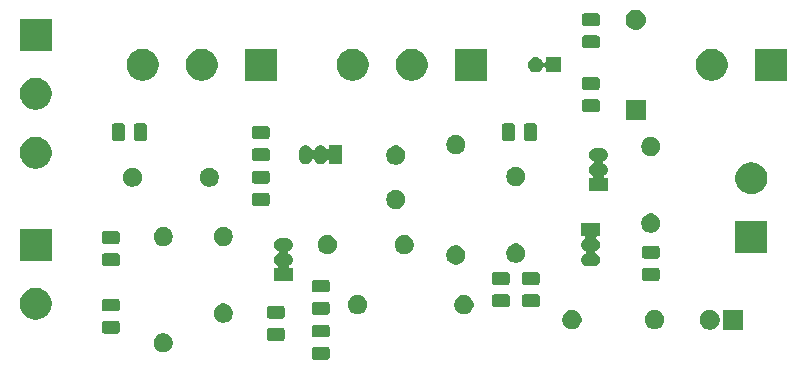
<source format=gts>
G04 #@! TF.GenerationSoftware,KiCad,Pcbnew,(5.1.0-0)*
G04 #@! TF.CreationDate,2019-04-22T20:51:24-05:00*
G04 #@! TF.ProjectId,Brucester,42727563-6573-4746-9572-2e6b69636164,rev?*
G04 #@! TF.SameCoordinates,Original*
G04 #@! TF.FileFunction,Soldermask,Top*
G04 #@! TF.FilePolarity,Negative*
%FSLAX46Y46*%
G04 Gerber Fmt 4.6, Leading zero omitted, Abs format (unit mm)*
G04 Created by KiCad (PCBNEW (5.1.0-0)) date 2019-04-22 20:51:24*
%MOMM*%
%LPD*%
G04 APERTURE LIST*
%ADD10C,0.100000*%
G04 APERTURE END LIST*
D10*
G36*
X159969348Y-107083764D02*
G01*
X160008000Y-107095489D01*
X160043623Y-107114530D01*
X160074846Y-107140154D01*
X160100470Y-107171377D01*
X160119511Y-107207000D01*
X160131236Y-107245652D01*
X160135800Y-107291991D01*
X160135800Y-107943009D01*
X160131236Y-107989348D01*
X160119511Y-108028000D01*
X160100470Y-108063623D01*
X160074846Y-108094846D01*
X160043623Y-108120470D01*
X160008000Y-108139511D01*
X159969348Y-108151236D01*
X159923009Y-108155800D01*
X158846991Y-108155800D01*
X158800652Y-108151236D01*
X158762000Y-108139511D01*
X158726377Y-108120470D01*
X158695154Y-108094846D01*
X158669530Y-108063623D01*
X158650489Y-108028000D01*
X158638764Y-107989348D01*
X158634200Y-107943009D01*
X158634200Y-107291991D01*
X158638764Y-107245652D01*
X158650489Y-107207000D01*
X158669530Y-107171377D01*
X158695154Y-107140154D01*
X158726377Y-107114530D01*
X158762000Y-107095489D01*
X158800652Y-107083764D01*
X158846991Y-107079200D01*
X159923009Y-107079200D01*
X159969348Y-107083764D01*
X159969348Y-107083764D01*
G37*
G36*
X146287085Y-105953435D02*
G01*
X146435004Y-106014705D01*
X146435005Y-106014706D01*
X146568130Y-106103657D01*
X146681343Y-106216870D01*
X146681344Y-106216872D01*
X146770295Y-106349996D01*
X146831565Y-106497915D01*
X146862800Y-106654945D01*
X146862800Y-106815055D01*
X146831565Y-106972085D01*
X146770295Y-107120004D01*
X146726121Y-107186115D01*
X146681343Y-107253130D01*
X146568130Y-107366343D01*
X146501115Y-107411121D01*
X146435004Y-107455295D01*
X146287085Y-107516565D01*
X146130055Y-107547800D01*
X145969945Y-107547800D01*
X145812915Y-107516565D01*
X145664996Y-107455295D01*
X145598885Y-107411121D01*
X145531870Y-107366343D01*
X145418657Y-107253130D01*
X145373879Y-107186115D01*
X145329705Y-107120004D01*
X145268435Y-106972085D01*
X145237200Y-106815055D01*
X145237200Y-106654945D01*
X145268435Y-106497915D01*
X145329705Y-106349996D01*
X145418656Y-106216872D01*
X145418657Y-106216870D01*
X145531870Y-106103657D01*
X145664995Y-106014706D01*
X145664996Y-106014705D01*
X145812915Y-105953435D01*
X145969945Y-105922200D01*
X146130055Y-105922200D01*
X146287085Y-105953435D01*
X146287085Y-105953435D01*
G37*
G36*
X156159348Y-105481264D02*
G01*
X156198000Y-105492989D01*
X156233623Y-105512030D01*
X156264846Y-105537654D01*
X156290470Y-105568877D01*
X156309511Y-105604500D01*
X156321236Y-105643152D01*
X156325800Y-105689491D01*
X156325800Y-106340509D01*
X156321236Y-106386848D01*
X156309511Y-106425500D01*
X156290470Y-106461123D01*
X156264846Y-106492346D01*
X156233623Y-106517970D01*
X156198000Y-106537011D01*
X156159348Y-106548736D01*
X156113009Y-106553300D01*
X155036991Y-106553300D01*
X154990652Y-106548736D01*
X154952000Y-106537011D01*
X154916377Y-106517970D01*
X154885154Y-106492346D01*
X154859530Y-106461123D01*
X154840489Y-106425500D01*
X154828764Y-106386848D01*
X154824200Y-106340509D01*
X154824200Y-105689491D01*
X154828764Y-105643152D01*
X154840489Y-105604500D01*
X154859530Y-105568877D01*
X154885154Y-105537654D01*
X154916377Y-105512030D01*
X154952000Y-105492989D01*
X154990652Y-105481264D01*
X155036991Y-105476700D01*
X156113009Y-105476700D01*
X156159348Y-105481264D01*
X156159348Y-105481264D01*
G37*
G36*
X159969348Y-105208764D02*
G01*
X160008000Y-105220489D01*
X160043623Y-105239530D01*
X160074846Y-105265154D01*
X160100470Y-105296377D01*
X160119511Y-105332000D01*
X160131236Y-105370652D01*
X160135800Y-105416991D01*
X160135800Y-106068009D01*
X160131236Y-106114348D01*
X160119511Y-106153000D01*
X160100470Y-106188623D01*
X160074846Y-106219846D01*
X160043623Y-106245470D01*
X160008000Y-106264511D01*
X159969348Y-106276236D01*
X159923009Y-106280800D01*
X158846991Y-106280800D01*
X158800652Y-106276236D01*
X158762000Y-106264511D01*
X158726377Y-106245470D01*
X158695154Y-106219846D01*
X158669530Y-106188623D01*
X158650489Y-106153000D01*
X158638764Y-106114348D01*
X158634200Y-106068009D01*
X158634200Y-105416991D01*
X158638764Y-105370652D01*
X158650489Y-105332000D01*
X158669530Y-105296377D01*
X158695154Y-105265154D01*
X158726377Y-105239530D01*
X158762000Y-105220489D01*
X158800652Y-105208764D01*
X158846991Y-105204200D01*
X159923009Y-105204200D01*
X159969348Y-105208764D01*
X159969348Y-105208764D01*
G37*
G36*
X142189348Y-104876264D02*
G01*
X142228000Y-104887989D01*
X142263623Y-104907030D01*
X142294846Y-104932654D01*
X142320470Y-104963877D01*
X142339511Y-104999500D01*
X142351236Y-105038152D01*
X142355800Y-105084491D01*
X142355800Y-105735509D01*
X142351236Y-105781848D01*
X142339511Y-105820500D01*
X142320470Y-105856123D01*
X142294846Y-105887346D01*
X142263623Y-105912970D01*
X142228000Y-105932011D01*
X142189348Y-105943736D01*
X142143009Y-105948300D01*
X141066991Y-105948300D01*
X141020652Y-105943736D01*
X140982000Y-105932011D01*
X140946377Y-105912970D01*
X140915154Y-105887346D01*
X140889530Y-105856123D01*
X140870489Y-105820500D01*
X140858764Y-105781848D01*
X140854200Y-105735509D01*
X140854200Y-105084491D01*
X140858764Y-105038152D01*
X140870489Y-104999500D01*
X140889530Y-104963877D01*
X140915154Y-104932654D01*
X140946377Y-104907030D01*
X140982000Y-104887989D01*
X141020652Y-104876264D01*
X141066991Y-104871700D01*
X142143009Y-104871700D01*
X142189348Y-104876264D01*
X142189348Y-104876264D01*
G37*
G36*
X195160800Y-105625800D02*
G01*
X193459200Y-105625800D01*
X193459200Y-103924200D01*
X195160800Y-103924200D01*
X195160800Y-105625800D01*
X195160800Y-105625800D01*
G37*
G36*
X192558169Y-103956895D02*
G01*
X192713005Y-104021031D01*
X192852354Y-104114140D01*
X192970860Y-104232646D01*
X193063969Y-104371995D01*
X193128105Y-104526831D01*
X193160800Y-104691203D01*
X193160800Y-104858797D01*
X193128105Y-105023169D01*
X193063969Y-105178005D01*
X192970860Y-105317354D01*
X192852354Y-105435860D01*
X192713005Y-105528969D01*
X192558169Y-105593105D01*
X192393797Y-105625800D01*
X192226203Y-105625800D01*
X192061831Y-105593105D01*
X191906995Y-105528969D01*
X191767646Y-105435860D01*
X191649140Y-105317354D01*
X191556031Y-105178005D01*
X191491895Y-105023169D01*
X191459200Y-104858797D01*
X191459200Y-104691203D01*
X191491895Y-104526831D01*
X191556031Y-104371995D01*
X191649140Y-104232646D01*
X191767646Y-104114140D01*
X191906995Y-104021031D01*
X192061831Y-103956895D01*
X192226203Y-103924200D01*
X192393797Y-103924200D01*
X192558169Y-103956895D01*
X192558169Y-103956895D01*
G37*
G36*
X187887085Y-103993435D02*
G01*
X188035004Y-104054705D01*
X188062833Y-104073300D01*
X188168130Y-104143657D01*
X188281343Y-104256870D01*
X188306857Y-104295054D01*
X188370295Y-104389996D01*
X188431565Y-104537915D01*
X188462800Y-104694945D01*
X188462800Y-104855055D01*
X188431565Y-105012085D01*
X188370295Y-105160004D01*
X188370294Y-105160005D01*
X188281343Y-105293130D01*
X188168130Y-105406343D01*
X188101115Y-105451121D01*
X188035004Y-105495295D01*
X187887085Y-105556565D01*
X187730055Y-105587800D01*
X187569945Y-105587800D01*
X187412915Y-105556565D01*
X187264996Y-105495295D01*
X187198885Y-105451121D01*
X187131870Y-105406343D01*
X187018657Y-105293130D01*
X186929706Y-105160005D01*
X186929705Y-105160004D01*
X186868435Y-105012085D01*
X186837200Y-104855055D01*
X186837200Y-104694945D01*
X186868435Y-104537915D01*
X186929705Y-104389996D01*
X186993143Y-104295054D01*
X187018657Y-104256870D01*
X187131870Y-104143657D01*
X187237167Y-104073300D01*
X187264996Y-104054705D01*
X187412915Y-103993435D01*
X187569945Y-103962200D01*
X187730055Y-103962200D01*
X187887085Y-103993435D01*
X187887085Y-103993435D01*
G37*
G36*
X180887085Y-103993435D02*
G01*
X181035004Y-104054705D01*
X181062833Y-104073300D01*
X181168130Y-104143657D01*
X181281343Y-104256870D01*
X181306857Y-104295054D01*
X181370295Y-104389996D01*
X181431565Y-104537915D01*
X181462800Y-104694945D01*
X181462800Y-104855055D01*
X181431565Y-105012085D01*
X181370295Y-105160004D01*
X181370294Y-105160005D01*
X181281343Y-105293130D01*
X181168130Y-105406343D01*
X181101115Y-105451121D01*
X181035004Y-105495295D01*
X180887085Y-105556565D01*
X180730055Y-105587800D01*
X180569945Y-105587800D01*
X180412915Y-105556565D01*
X180264996Y-105495295D01*
X180198885Y-105451121D01*
X180131870Y-105406343D01*
X180018657Y-105293130D01*
X179929706Y-105160005D01*
X179929705Y-105160004D01*
X179868435Y-105012085D01*
X179837200Y-104855055D01*
X179837200Y-104694945D01*
X179868435Y-104537915D01*
X179929705Y-104389996D01*
X179993143Y-104295054D01*
X180018657Y-104256870D01*
X180131870Y-104143657D01*
X180237167Y-104073300D01*
X180264996Y-104054705D01*
X180412915Y-103993435D01*
X180569945Y-103962200D01*
X180730055Y-103962200D01*
X180887085Y-103993435D01*
X180887085Y-103993435D01*
G37*
G36*
X151367085Y-103433435D02*
G01*
X151515004Y-103494705D01*
X151580323Y-103538350D01*
X151648130Y-103583657D01*
X151761343Y-103696870D01*
X151806121Y-103763885D01*
X151850295Y-103829996D01*
X151911565Y-103977915D01*
X151942800Y-104134945D01*
X151942800Y-104295055D01*
X151911565Y-104452085D01*
X151850295Y-104600004D01*
X151835555Y-104622064D01*
X151761343Y-104733130D01*
X151648130Y-104846343D01*
X151629491Y-104858797D01*
X151515004Y-104935295D01*
X151367085Y-104996565D01*
X151210055Y-105027800D01*
X151049945Y-105027800D01*
X150892915Y-104996565D01*
X150744996Y-104935295D01*
X150630509Y-104858797D01*
X150611870Y-104846343D01*
X150498657Y-104733130D01*
X150424445Y-104622064D01*
X150409705Y-104600004D01*
X150348435Y-104452085D01*
X150317200Y-104295055D01*
X150317200Y-104134945D01*
X150348435Y-103977915D01*
X150409705Y-103829996D01*
X150453879Y-103763885D01*
X150498657Y-103696870D01*
X150611870Y-103583657D01*
X150679677Y-103538350D01*
X150744996Y-103494705D01*
X150892915Y-103433435D01*
X151049945Y-103402200D01*
X151210055Y-103402200D01*
X151367085Y-103433435D01*
X151367085Y-103433435D01*
G37*
G36*
X135562023Y-102108807D02*
G01*
X135649014Y-102126110D01*
X135894844Y-102227937D01*
X136116085Y-102375765D01*
X136304235Y-102563915D01*
X136452063Y-102785156D01*
X136553890Y-103030986D01*
X136562751Y-103075532D01*
X136605800Y-103291956D01*
X136605800Y-103558044D01*
X136579490Y-103690312D01*
X136553890Y-103819014D01*
X136517383Y-103907149D01*
X136469343Y-104023128D01*
X136452063Y-104064844D01*
X136304235Y-104286085D01*
X136116085Y-104474235D01*
X135894844Y-104622063D01*
X135894843Y-104622064D01*
X135894842Y-104622064D01*
X135822843Y-104651887D01*
X135649014Y-104723890D01*
X135562023Y-104741193D01*
X135388044Y-104775800D01*
X135121956Y-104775800D01*
X134947977Y-104741193D01*
X134860986Y-104723890D01*
X134687157Y-104651887D01*
X134615158Y-104622064D01*
X134615157Y-104622064D01*
X134615156Y-104622063D01*
X134393915Y-104474235D01*
X134205765Y-104286085D01*
X134057937Y-104064844D01*
X134040658Y-104023128D01*
X133992617Y-103907149D01*
X133956110Y-103819014D01*
X133930510Y-103690312D01*
X133904200Y-103558044D01*
X133904200Y-103291956D01*
X133947249Y-103075532D01*
X133956110Y-103030986D01*
X134057937Y-102785156D01*
X134205765Y-102563915D01*
X134393915Y-102375765D01*
X134615156Y-102227937D01*
X134860986Y-102126110D01*
X134947977Y-102108807D01*
X135121956Y-102074200D01*
X135388044Y-102074200D01*
X135562023Y-102108807D01*
X135562023Y-102108807D01*
G37*
G36*
X156159348Y-103606264D02*
G01*
X156198000Y-103617989D01*
X156233623Y-103637030D01*
X156264846Y-103662654D01*
X156290470Y-103693877D01*
X156309511Y-103729500D01*
X156321236Y-103768152D01*
X156325800Y-103814491D01*
X156325800Y-104465509D01*
X156321236Y-104511848D01*
X156309511Y-104550500D01*
X156290470Y-104586123D01*
X156264846Y-104617346D01*
X156233623Y-104642970D01*
X156198000Y-104662011D01*
X156159348Y-104673736D01*
X156113009Y-104678300D01*
X155036991Y-104678300D01*
X154990652Y-104673736D01*
X154952000Y-104662011D01*
X154916377Y-104642970D01*
X154885154Y-104617346D01*
X154859530Y-104586123D01*
X154840489Y-104550500D01*
X154828764Y-104511848D01*
X154824200Y-104465509D01*
X154824200Y-103814491D01*
X154828764Y-103768152D01*
X154840489Y-103729500D01*
X154859530Y-103693877D01*
X154885154Y-103662654D01*
X154916377Y-103637030D01*
X154952000Y-103617989D01*
X154990652Y-103606264D01*
X155036991Y-103601700D01*
X156113009Y-103601700D01*
X156159348Y-103606264D01*
X156159348Y-103606264D01*
G37*
G36*
X159969348Y-103273764D02*
G01*
X160008000Y-103285489D01*
X160043623Y-103304530D01*
X160074846Y-103330154D01*
X160100470Y-103361377D01*
X160119511Y-103397000D01*
X160131236Y-103435652D01*
X160135800Y-103481991D01*
X160135800Y-104133009D01*
X160131236Y-104179348D01*
X160119511Y-104218000D01*
X160100470Y-104253623D01*
X160074846Y-104284846D01*
X160043623Y-104310470D01*
X160008000Y-104329511D01*
X159969348Y-104341236D01*
X159923009Y-104345800D01*
X158846991Y-104345800D01*
X158800652Y-104341236D01*
X158762000Y-104329511D01*
X158726377Y-104310470D01*
X158695154Y-104284846D01*
X158669530Y-104253623D01*
X158650489Y-104218000D01*
X158638764Y-104179348D01*
X158634200Y-104133009D01*
X158634200Y-103481991D01*
X158638764Y-103435652D01*
X158650489Y-103397000D01*
X158669530Y-103361377D01*
X158695154Y-103330154D01*
X158726377Y-103304530D01*
X158762000Y-103285489D01*
X158800652Y-103273764D01*
X158846991Y-103269200D01*
X159923009Y-103269200D01*
X159969348Y-103273764D01*
X159969348Y-103273764D01*
G37*
G36*
X171742085Y-102723435D02*
G01*
X171890004Y-102784705D01*
X171913870Y-102800652D01*
X172023130Y-102873657D01*
X172136343Y-102986870D01*
X172146367Y-103001872D01*
X172225295Y-103119996D01*
X172286565Y-103267915D01*
X172317800Y-103424945D01*
X172317800Y-103585055D01*
X172286565Y-103742085D01*
X172225295Y-103890004D01*
X172225294Y-103890005D01*
X172136343Y-104023130D01*
X172023130Y-104136343D01*
X171958768Y-104179348D01*
X171890004Y-104225295D01*
X171742085Y-104286565D01*
X171585055Y-104317800D01*
X171424945Y-104317800D01*
X171267915Y-104286565D01*
X171119996Y-104225295D01*
X171051232Y-104179348D01*
X170986870Y-104136343D01*
X170873657Y-104023130D01*
X170784706Y-103890005D01*
X170784705Y-103890004D01*
X170723435Y-103742085D01*
X170692200Y-103585055D01*
X170692200Y-103424945D01*
X170723435Y-103267915D01*
X170784705Y-103119996D01*
X170863633Y-103001872D01*
X170873657Y-102986870D01*
X170986870Y-102873657D01*
X171096130Y-102800652D01*
X171119996Y-102784705D01*
X171267915Y-102723435D01*
X171424945Y-102692200D01*
X171585055Y-102692200D01*
X171742085Y-102723435D01*
X171742085Y-102723435D01*
G37*
G36*
X162742085Y-102723435D02*
G01*
X162890004Y-102784705D01*
X162913870Y-102800652D01*
X163023130Y-102873657D01*
X163136343Y-102986870D01*
X163146367Y-103001872D01*
X163225295Y-103119996D01*
X163286565Y-103267915D01*
X163317800Y-103424945D01*
X163317800Y-103585055D01*
X163286565Y-103742085D01*
X163225295Y-103890004D01*
X163225294Y-103890005D01*
X163136343Y-104023130D01*
X163023130Y-104136343D01*
X162958768Y-104179348D01*
X162890004Y-104225295D01*
X162742085Y-104286565D01*
X162585055Y-104317800D01*
X162424945Y-104317800D01*
X162267915Y-104286565D01*
X162119996Y-104225295D01*
X162051232Y-104179348D01*
X161986870Y-104136343D01*
X161873657Y-104023130D01*
X161784706Y-103890005D01*
X161784705Y-103890004D01*
X161723435Y-103742085D01*
X161692200Y-103585055D01*
X161692200Y-103424945D01*
X161723435Y-103267915D01*
X161784705Y-103119996D01*
X161863633Y-103001872D01*
X161873657Y-102986870D01*
X161986870Y-102873657D01*
X162096130Y-102800652D01*
X162119996Y-102784705D01*
X162267915Y-102723435D01*
X162424945Y-102692200D01*
X162585055Y-102692200D01*
X162742085Y-102723435D01*
X162742085Y-102723435D01*
G37*
G36*
X142189348Y-103001264D02*
G01*
X142228000Y-103012989D01*
X142263623Y-103032030D01*
X142294846Y-103057654D01*
X142320470Y-103088877D01*
X142339511Y-103124500D01*
X142351236Y-103163152D01*
X142355800Y-103209491D01*
X142355800Y-103860509D01*
X142351236Y-103906848D01*
X142339511Y-103945500D01*
X142320470Y-103981123D01*
X142294846Y-104012346D01*
X142263623Y-104037970D01*
X142228000Y-104057011D01*
X142189348Y-104068736D01*
X142143009Y-104073300D01*
X141066991Y-104073300D01*
X141020652Y-104068736D01*
X140982000Y-104057011D01*
X140946377Y-104037970D01*
X140915154Y-104012346D01*
X140889530Y-103981123D01*
X140870489Y-103945500D01*
X140858764Y-103906848D01*
X140854200Y-103860509D01*
X140854200Y-103209491D01*
X140858764Y-103163152D01*
X140870489Y-103124500D01*
X140889530Y-103088877D01*
X140915154Y-103057654D01*
X140946377Y-103032030D01*
X140982000Y-103012989D01*
X141020652Y-103001264D01*
X141066991Y-102996700D01*
X142143009Y-102996700D01*
X142189348Y-103001264D01*
X142189348Y-103001264D01*
G37*
G36*
X177749348Y-102638764D02*
G01*
X177788000Y-102650489D01*
X177823623Y-102669530D01*
X177854846Y-102695154D01*
X177880470Y-102726377D01*
X177899511Y-102762000D01*
X177911236Y-102800652D01*
X177915800Y-102846991D01*
X177915800Y-103498009D01*
X177911236Y-103544348D01*
X177899511Y-103583000D01*
X177880470Y-103618623D01*
X177854846Y-103649846D01*
X177823623Y-103675470D01*
X177788000Y-103694511D01*
X177749348Y-103706236D01*
X177703009Y-103710800D01*
X176626991Y-103710800D01*
X176580652Y-103706236D01*
X176542000Y-103694511D01*
X176506377Y-103675470D01*
X176475154Y-103649846D01*
X176449530Y-103618623D01*
X176430489Y-103583000D01*
X176418764Y-103544348D01*
X176414200Y-103498009D01*
X176414200Y-102846991D01*
X176418764Y-102800652D01*
X176430489Y-102762000D01*
X176449530Y-102726377D01*
X176475154Y-102695154D01*
X176506377Y-102669530D01*
X176542000Y-102650489D01*
X176580652Y-102638764D01*
X176626991Y-102634200D01*
X177703009Y-102634200D01*
X177749348Y-102638764D01*
X177749348Y-102638764D01*
G37*
G36*
X175209348Y-102638764D02*
G01*
X175248000Y-102650489D01*
X175283623Y-102669530D01*
X175314846Y-102695154D01*
X175340470Y-102726377D01*
X175359511Y-102762000D01*
X175371236Y-102800652D01*
X175375800Y-102846991D01*
X175375800Y-103498009D01*
X175371236Y-103544348D01*
X175359511Y-103583000D01*
X175340470Y-103618623D01*
X175314846Y-103649846D01*
X175283623Y-103675470D01*
X175248000Y-103694511D01*
X175209348Y-103706236D01*
X175163009Y-103710800D01*
X174086991Y-103710800D01*
X174040652Y-103706236D01*
X174002000Y-103694511D01*
X173966377Y-103675470D01*
X173935154Y-103649846D01*
X173909530Y-103618623D01*
X173890489Y-103583000D01*
X173878764Y-103544348D01*
X173874200Y-103498009D01*
X173874200Y-102846991D01*
X173878764Y-102800652D01*
X173890489Y-102762000D01*
X173909530Y-102726377D01*
X173935154Y-102695154D01*
X173966377Y-102669530D01*
X174002000Y-102650489D01*
X174040652Y-102638764D01*
X174086991Y-102634200D01*
X175163009Y-102634200D01*
X175209348Y-102638764D01*
X175209348Y-102638764D01*
G37*
G36*
X159969348Y-101398764D02*
G01*
X160008000Y-101410489D01*
X160043623Y-101429530D01*
X160074846Y-101455154D01*
X160100470Y-101486377D01*
X160119511Y-101522000D01*
X160131236Y-101560652D01*
X160135800Y-101606991D01*
X160135800Y-102258009D01*
X160131236Y-102304348D01*
X160119511Y-102343000D01*
X160100470Y-102378623D01*
X160074846Y-102409846D01*
X160043623Y-102435470D01*
X160008000Y-102454511D01*
X159969348Y-102466236D01*
X159923009Y-102470800D01*
X158846991Y-102470800D01*
X158800652Y-102466236D01*
X158762000Y-102454511D01*
X158726377Y-102435470D01*
X158695154Y-102409846D01*
X158669530Y-102378623D01*
X158650489Y-102343000D01*
X158638764Y-102304348D01*
X158634200Y-102258009D01*
X158634200Y-101606991D01*
X158638764Y-101560652D01*
X158650489Y-101522000D01*
X158669530Y-101486377D01*
X158695154Y-101455154D01*
X158726377Y-101429530D01*
X158762000Y-101410489D01*
X158800652Y-101398764D01*
X158846991Y-101394200D01*
X159923009Y-101394200D01*
X159969348Y-101398764D01*
X159969348Y-101398764D01*
G37*
G36*
X175209348Y-100763764D02*
G01*
X175248000Y-100775489D01*
X175283623Y-100794530D01*
X175314846Y-100820154D01*
X175340470Y-100851377D01*
X175359511Y-100887000D01*
X175371236Y-100925652D01*
X175375800Y-100971991D01*
X175375800Y-101623009D01*
X175371236Y-101669348D01*
X175359511Y-101708000D01*
X175340470Y-101743623D01*
X175314846Y-101774846D01*
X175283623Y-101800470D01*
X175248000Y-101819511D01*
X175209348Y-101831236D01*
X175163009Y-101835800D01*
X174086991Y-101835800D01*
X174040652Y-101831236D01*
X174002000Y-101819511D01*
X173966377Y-101800470D01*
X173935154Y-101774846D01*
X173909530Y-101743623D01*
X173890489Y-101708000D01*
X173878764Y-101669348D01*
X173874200Y-101623009D01*
X173874200Y-100971991D01*
X173878764Y-100925652D01*
X173890489Y-100887000D01*
X173909530Y-100851377D01*
X173935154Y-100820154D01*
X173966377Y-100794530D01*
X174002000Y-100775489D01*
X174040652Y-100763764D01*
X174086991Y-100759200D01*
X175163009Y-100759200D01*
X175209348Y-100763764D01*
X175209348Y-100763764D01*
G37*
G36*
X177749348Y-100763764D02*
G01*
X177788000Y-100775489D01*
X177823623Y-100794530D01*
X177854846Y-100820154D01*
X177880470Y-100851377D01*
X177899511Y-100887000D01*
X177911236Y-100925652D01*
X177915800Y-100971991D01*
X177915800Y-101623009D01*
X177911236Y-101669348D01*
X177899511Y-101708000D01*
X177880470Y-101743623D01*
X177854846Y-101774846D01*
X177823623Y-101800470D01*
X177788000Y-101819511D01*
X177749348Y-101831236D01*
X177703009Y-101835800D01*
X176626991Y-101835800D01*
X176580652Y-101831236D01*
X176542000Y-101819511D01*
X176506377Y-101800470D01*
X176475154Y-101774846D01*
X176449530Y-101743623D01*
X176430489Y-101708000D01*
X176418764Y-101669348D01*
X176414200Y-101623009D01*
X176414200Y-100971991D01*
X176418764Y-100925652D01*
X176430489Y-100887000D01*
X176449530Y-100851377D01*
X176475154Y-100820154D01*
X176506377Y-100794530D01*
X176542000Y-100775489D01*
X176580652Y-100763764D01*
X176626991Y-100759200D01*
X177703009Y-100759200D01*
X177749348Y-100763764D01*
X177749348Y-100763764D01*
G37*
G36*
X156567976Y-97882170D02*
G01*
X156671802Y-97913665D01*
X156767489Y-97964811D01*
X156851359Y-98033641D01*
X156920189Y-98117511D01*
X156971335Y-98213198D01*
X157002830Y-98317024D01*
X157013465Y-98425000D01*
X157002830Y-98532976D01*
X156971335Y-98636802D01*
X156920189Y-98732489D01*
X156851359Y-98816359D01*
X156767489Y-98885189D01*
X156671802Y-98936335D01*
X156658450Y-98940385D01*
X156635814Y-98949761D01*
X156615440Y-98963375D01*
X156598113Y-98980702D01*
X156584499Y-99001077D01*
X156575122Y-99023716D01*
X156570342Y-99047749D01*
X156570342Y-99072253D01*
X156575123Y-99096286D01*
X156584500Y-99118925D01*
X156598114Y-99139299D01*
X156615441Y-99156626D01*
X156635816Y-99170240D01*
X156658450Y-99179615D01*
X156671802Y-99183665D01*
X156767489Y-99234811D01*
X156851359Y-99303641D01*
X156920189Y-99387511D01*
X156971335Y-99483198D01*
X157002830Y-99587024D01*
X157013465Y-99695000D01*
X157002830Y-99802976D01*
X156971335Y-99906802D01*
X156920189Y-100002489D01*
X156851359Y-100086359D01*
X156767489Y-100155189D01*
X156723003Y-100178967D01*
X156702637Y-100192576D01*
X156685310Y-100209903D01*
X156671696Y-100230277D01*
X156662319Y-100252916D01*
X156657539Y-100276950D01*
X156657539Y-100301454D01*
X156662320Y-100325487D01*
X156671697Y-100348126D01*
X156685311Y-100368500D01*
X156702638Y-100385827D01*
X156723012Y-100399441D01*
X156745651Y-100408818D01*
X156781936Y-100414200D01*
X157010800Y-100414200D01*
X157010800Y-101515800D01*
X155409200Y-101515800D01*
X155409200Y-100414200D01*
X155638064Y-100414200D01*
X155662450Y-100411798D01*
X155685899Y-100404685D01*
X155707510Y-100393134D01*
X155726452Y-100377589D01*
X155741997Y-100358647D01*
X155753548Y-100337036D01*
X155760661Y-100313587D01*
X155763063Y-100289201D01*
X155760661Y-100264815D01*
X155753548Y-100241366D01*
X155741997Y-100219755D01*
X155726452Y-100200813D01*
X155696994Y-100178966D01*
X155652511Y-100155189D01*
X155568641Y-100086359D01*
X155499811Y-100002489D01*
X155448665Y-99906802D01*
X155417170Y-99802976D01*
X155406535Y-99695000D01*
X155417170Y-99587024D01*
X155448665Y-99483198D01*
X155499811Y-99387511D01*
X155568641Y-99303641D01*
X155652511Y-99234811D01*
X155748198Y-99183665D01*
X155761550Y-99179615D01*
X155784186Y-99170239D01*
X155804560Y-99156625D01*
X155821887Y-99139298D01*
X155835501Y-99118923D01*
X155844878Y-99096284D01*
X155849658Y-99072251D01*
X155849658Y-99047747D01*
X155844877Y-99023714D01*
X155835500Y-99001075D01*
X155821886Y-98980701D01*
X155804559Y-98963374D01*
X155784184Y-98949760D01*
X155761550Y-98940385D01*
X155748198Y-98936335D01*
X155652511Y-98885189D01*
X155568641Y-98816359D01*
X155499811Y-98732489D01*
X155448665Y-98636802D01*
X155417170Y-98532976D01*
X155406535Y-98425000D01*
X155417170Y-98317024D01*
X155448665Y-98213198D01*
X155499811Y-98117511D01*
X155568641Y-98033641D01*
X155652511Y-97964811D01*
X155748198Y-97913665D01*
X155852024Y-97882170D01*
X155932943Y-97874200D01*
X156487057Y-97874200D01*
X156567976Y-97882170D01*
X156567976Y-97882170D01*
G37*
G36*
X187909348Y-100401264D02*
G01*
X187948000Y-100412989D01*
X187983623Y-100432030D01*
X188014846Y-100457654D01*
X188040470Y-100488877D01*
X188059511Y-100524500D01*
X188071236Y-100563152D01*
X188075800Y-100609491D01*
X188075800Y-101260509D01*
X188071236Y-101306848D01*
X188059511Y-101345500D01*
X188040470Y-101381123D01*
X188014846Y-101412346D01*
X187983623Y-101437970D01*
X187948000Y-101457011D01*
X187909348Y-101468736D01*
X187863009Y-101473300D01*
X186786991Y-101473300D01*
X186740652Y-101468736D01*
X186702000Y-101457011D01*
X186666377Y-101437970D01*
X186635154Y-101412346D01*
X186609530Y-101381123D01*
X186590489Y-101345500D01*
X186578764Y-101306848D01*
X186574200Y-101260509D01*
X186574200Y-100609491D01*
X186578764Y-100563152D01*
X186590489Y-100524500D01*
X186609530Y-100488877D01*
X186635154Y-100457654D01*
X186666377Y-100432030D01*
X186702000Y-100412989D01*
X186740652Y-100401264D01*
X186786991Y-100396700D01*
X187863009Y-100396700D01*
X187909348Y-100401264D01*
X187909348Y-100401264D01*
G37*
G36*
X183045800Y-97705800D02*
G01*
X182816936Y-97705800D01*
X182792550Y-97708202D01*
X182769101Y-97715315D01*
X182747490Y-97726866D01*
X182728548Y-97742411D01*
X182713003Y-97761353D01*
X182701452Y-97782964D01*
X182694339Y-97806413D01*
X182691937Y-97830799D01*
X182694339Y-97855185D01*
X182701452Y-97878634D01*
X182713003Y-97900245D01*
X182728548Y-97919187D01*
X182758006Y-97941034D01*
X182802489Y-97964811D01*
X182886359Y-98033641D01*
X182955189Y-98117511D01*
X183006335Y-98213198D01*
X183037830Y-98317024D01*
X183048465Y-98425000D01*
X183037830Y-98532976D01*
X183006335Y-98636802D01*
X182955189Y-98732489D01*
X182886359Y-98816359D01*
X182802489Y-98885189D01*
X182706802Y-98936335D01*
X182693450Y-98940385D01*
X182670814Y-98949761D01*
X182650440Y-98963375D01*
X182633113Y-98980702D01*
X182619499Y-99001077D01*
X182610122Y-99023716D01*
X182605342Y-99047749D01*
X182605342Y-99072253D01*
X182610123Y-99096286D01*
X182619500Y-99118925D01*
X182633114Y-99139299D01*
X182650441Y-99156626D01*
X182670816Y-99170240D01*
X182693450Y-99179615D01*
X182706802Y-99183665D01*
X182802489Y-99234811D01*
X182886359Y-99303641D01*
X182955189Y-99387511D01*
X183006335Y-99483198D01*
X183037830Y-99587024D01*
X183048465Y-99695000D01*
X183037830Y-99802976D01*
X183006335Y-99906802D01*
X182955189Y-100002489D01*
X182886359Y-100086359D01*
X182802489Y-100155189D01*
X182706802Y-100206335D01*
X182602976Y-100237830D01*
X182522057Y-100245800D01*
X181967943Y-100245800D01*
X181887024Y-100237830D01*
X181783198Y-100206335D01*
X181687511Y-100155189D01*
X181603641Y-100086359D01*
X181534811Y-100002489D01*
X181483665Y-99906802D01*
X181452170Y-99802976D01*
X181441535Y-99695000D01*
X181452170Y-99587024D01*
X181483665Y-99483198D01*
X181534811Y-99387511D01*
X181603641Y-99303641D01*
X181687511Y-99234811D01*
X181783198Y-99183665D01*
X181796550Y-99179615D01*
X181819186Y-99170239D01*
X181839560Y-99156625D01*
X181856887Y-99139298D01*
X181870501Y-99118923D01*
X181879878Y-99096284D01*
X181884658Y-99072251D01*
X181884658Y-99047747D01*
X181879877Y-99023714D01*
X181870500Y-99001075D01*
X181856886Y-98980701D01*
X181839559Y-98963374D01*
X181819184Y-98949760D01*
X181796550Y-98940385D01*
X181783198Y-98936335D01*
X181687511Y-98885189D01*
X181603641Y-98816359D01*
X181534811Y-98732489D01*
X181483665Y-98636802D01*
X181452170Y-98532976D01*
X181441535Y-98425000D01*
X181452170Y-98317024D01*
X181483665Y-98213198D01*
X181534811Y-98117511D01*
X181603641Y-98033641D01*
X181687511Y-97964811D01*
X181731997Y-97941033D01*
X181752363Y-97927424D01*
X181769690Y-97910097D01*
X181783304Y-97889723D01*
X181792681Y-97867084D01*
X181797461Y-97843050D01*
X181797461Y-97818546D01*
X181792680Y-97794513D01*
X181783303Y-97771874D01*
X181769689Y-97751500D01*
X181752362Y-97734173D01*
X181731988Y-97720559D01*
X181709349Y-97711182D01*
X181673064Y-97705800D01*
X181444200Y-97705800D01*
X181444200Y-96604200D01*
X183045800Y-96604200D01*
X183045800Y-97705800D01*
X183045800Y-97705800D01*
G37*
G36*
X142189348Y-99161264D02*
G01*
X142228000Y-99172989D01*
X142263623Y-99192030D01*
X142294846Y-99217654D01*
X142320470Y-99248877D01*
X142339511Y-99284500D01*
X142351236Y-99323152D01*
X142355800Y-99369491D01*
X142355800Y-100020509D01*
X142351236Y-100066848D01*
X142339511Y-100105500D01*
X142320470Y-100141123D01*
X142294846Y-100172346D01*
X142263623Y-100197970D01*
X142228000Y-100217011D01*
X142189348Y-100228736D01*
X142143009Y-100233300D01*
X141066991Y-100233300D01*
X141020652Y-100228736D01*
X140982000Y-100217011D01*
X140946377Y-100197970D01*
X140915154Y-100172346D01*
X140889530Y-100141123D01*
X140870489Y-100105500D01*
X140858764Y-100066848D01*
X140854200Y-100020509D01*
X140854200Y-99369491D01*
X140858764Y-99323152D01*
X140870489Y-99284500D01*
X140889530Y-99248877D01*
X140915154Y-99217654D01*
X140946377Y-99192030D01*
X140982000Y-99172989D01*
X141020652Y-99161264D01*
X141066991Y-99156700D01*
X142143009Y-99156700D01*
X142189348Y-99161264D01*
X142189348Y-99161264D01*
G37*
G36*
X171052085Y-98514435D02*
G01*
X171200004Y-98575705D01*
X171266115Y-98619879D01*
X171333130Y-98664657D01*
X171446343Y-98777870D01*
X171446344Y-98777872D01*
X171535295Y-98910996D01*
X171596565Y-99058915D01*
X171627800Y-99215945D01*
X171627800Y-99376055D01*
X171596565Y-99533085D01*
X171535295Y-99681004D01*
X171535294Y-99681005D01*
X171446343Y-99814130D01*
X171333130Y-99927343D01*
X171302514Y-99947800D01*
X171200004Y-100016295D01*
X171052085Y-100077565D01*
X170895055Y-100108800D01*
X170734945Y-100108800D01*
X170577915Y-100077565D01*
X170429996Y-100016295D01*
X170327486Y-99947800D01*
X170296870Y-99927343D01*
X170183657Y-99814130D01*
X170094706Y-99681005D01*
X170094705Y-99681004D01*
X170033435Y-99533085D01*
X170002200Y-99376055D01*
X170002200Y-99215945D01*
X170033435Y-99058915D01*
X170094705Y-98910996D01*
X170183656Y-98777872D01*
X170183657Y-98777870D01*
X170296870Y-98664657D01*
X170363885Y-98619879D01*
X170429996Y-98575705D01*
X170577915Y-98514435D01*
X170734945Y-98483200D01*
X170895055Y-98483200D01*
X171052085Y-98514435D01*
X171052085Y-98514435D01*
G37*
G36*
X176132085Y-98353435D02*
G01*
X176280004Y-98414705D01*
X176280005Y-98414706D01*
X176413130Y-98503657D01*
X176526343Y-98616870D01*
X176558272Y-98664656D01*
X176615295Y-98749996D01*
X176676565Y-98897915D01*
X176707800Y-99054945D01*
X176707800Y-99215055D01*
X176676565Y-99372085D01*
X176615295Y-99520004D01*
X176603707Y-99537346D01*
X176526343Y-99653130D01*
X176413130Y-99766343D01*
X176358311Y-99802972D01*
X176280004Y-99855295D01*
X176132085Y-99916565D01*
X175975055Y-99947800D01*
X175814945Y-99947800D01*
X175657915Y-99916565D01*
X175509996Y-99855295D01*
X175431689Y-99802972D01*
X175376870Y-99766343D01*
X175263657Y-99653130D01*
X175186293Y-99537346D01*
X175174705Y-99520004D01*
X175113435Y-99372085D01*
X175082200Y-99215055D01*
X175082200Y-99054945D01*
X175113435Y-98897915D01*
X175174705Y-98749996D01*
X175231728Y-98664656D01*
X175263657Y-98616870D01*
X175376870Y-98503657D01*
X175509995Y-98414706D01*
X175509996Y-98414705D01*
X175657915Y-98353435D01*
X175814945Y-98322200D01*
X175975055Y-98322200D01*
X176132085Y-98353435D01*
X176132085Y-98353435D01*
G37*
G36*
X136605800Y-99775800D02*
G01*
X133904200Y-99775800D01*
X133904200Y-97074200D01*
X136605800Y-97074200D01*
X136605800Y-99775800D01*
X136605800Y-99775800D01*
G37*
G36*
X187909348Y-98526264D02*
G01*
X187948000Y-98537989D01*
X187983623Y-98557030D01*
X188014846Y-98582654D01*
X188040470Y-98613877D01*
X188059511Y-98649500D01*
X188071236Y-98688152D01*
X188075800Y-98734491D01*
X188075800Y-99385509D01*
X188071236Y-99431848D01*
X188059511Y-99470500D01*
X188040470Y-99506123D01*
X188014846Y-99537346D01*
X187983623Y-99562970D01*
X187948000Y-99582011D01*
X187909348Y-99593736D01*
X187863009Y-99598300D01*
X186786991Y-99598300D01*
X186740652Y-99593736D01*
X186702000Y-99582011D01*
X186666377Y-99562970D01*
X186635154Y-99537346D01*
X186609530Y-99506123D01*
X186590489Y-99470500D01*
X186578764Y-99431848D01*
X186574200Y-99385509D01*
X186574200Y-98734491D01*
X186578764Y-98688152D01*
X186590489Y-98649500D01*
X186609530Y-98613877D01*
X186635154Y-98582654D01*
X186666377Y-98557030D01*
X186702000Y-98537989D01*
X186740652Y-98526264D01*
X186786991Y-98521700D01*
X187863009Y-98521700D01*
X187909348Y-98526264D01*
X187909348Y-98526264D01*
G37*
G36*
X166682085Y-97643435D02*
G01*
X166830004Y-97704705D01*
X166839697Y-97711182D01*
X166963130Y-97793657D01*
X167076343Y-97906870D01*
X167115058Y-97964811D01*
X167165295Y-98039996D01*
X167226565Y-98187915D01*
X167257800Y-98344945D01*
X167257800Y-98505055D01*
X167226565Y-98662085D01*
X167165295Y-98810004D01*
X167121121Y-98876115D01*
X167076343Y-98943130D01*
X166963130Y-99056343D01*
X166939322Y-99072251D01*
X166830004Y-99145295D01*
X166682085Y-99206565D01*
X166525055Y-99237800D01*
X166364945Y-99237800D01*
X166207915Y-99206565D01*
X166059996Y-99145295D01*
X165950678Y-99072251D01*
X165926870Y-99056343D01*
X165813657Y-98943130D01*
X165768879Y-98876115D01*
X165724705Y-98810004D01*
X165663435Y-98662085D01*
X165632200Y-98505055D01*
X165632200Y-98344945D01*
X165663435Y-98187915D01*
X165724705Y-98039996D01*
X165774942Y-97964811D01*
X165813657Y-97906870D01*
X165926870Y-97793657D01*
X166050303Y-97711182D01*
X166059996Y-97704705D01*
X166207915Y-97643435D01*
X166364945Y-97612200D01*
X166525055Y-97612200D01*
X166682085Y-97643435D01*
X166682085Y-97643435D01*
G37*
G36*
X160182085Y-97643435D02*
G01*
X160330004Y-97704705D01*
X160339697Y-97711182D01*
X160463130Y-97793657D01*
X160576343Y-97906870D01*
X160615058Y-97964811D01*
X160665295Y-98039996D01*
X160726565Y-98187915D01*
X160757800Y-98344945D01*
X160757800Y-98505055D01*
X160726565Y-98662085D01*
X160665295Y-98810004D01*
X160621121Y-98876115D01*
X160576343Y-98943130D01*
X160463130Y-99056343D01*
X160439322Y-99072251D01*
X160330004Y-99145295D01*
X160182085Y-99206565D01*
X160025055Y-99237800D01*
X159864945Y-99237800D01*
X159707915Y-99206565D01*
X159559996Y-99145295D01*
X159450678Y-99072251D01*
X159426870Y-99056343D01*
X159313657Y-98943130D01*
X159268879Y-98876115D01*
X159224705Y-98810004D01*
X159163435Y-98662085D01*
X159132200Y-98505055D01*
X159132200Y-98344945D01*
X159163435Y-98187915D01*
X159224705Y-98039996D01*
X159274942Y-97964811D01*
X159313657Y-97906870D01*
X159426870Y-97793657D01*
X159550303Y-97711182D01*
X159559996Y-97704705D01*
X159707915Y-97643435D01*
X159864945Y-97612200D01*
X160025055Y-97612200D01*
X160182085Y-97643435D01*
X160182085Y-97643435D01*
G37*
G36*
X197184800Y-99140800D02*
G01*
X194483200Y-99140800D01*
X194483200Y-96439200D01*
X197184800Y-96439200D01*
X197184800Y-99140800D01*
X197184800Y-99140800D01*
G37*
G36*
X146287085Y-96953435D02*
G01*
X146435004Y-97014705D01*
X146435005Y-97014706D01*
X146568130Y-97103657D01*
X146681343Y-97216870D01*
X146687673Y-97226344D01*
X146770295Y-97349996D01*
X146831565Y-97497915D01*
X146862800Y-97654945D01*
X146862800Y-97815055D01*
X146831565Y-97972085D01*
X146770295Y-98120004D01*
X146753253Y-98145509D01*
X146681343Y-98253130D01*
X146568130Y-98366343D01*
X146501115Y-98411121D01*
X146435004Y-98455295D01*
X146287085Y-98516565D01*
X146130055Y-98547800D01*
X145969945Y-98547800D01*
X145812915Y-98516565D01*
X145664996Y-98455295D01*
X145598885Y-98411121D01*
X145531870Y-98366343D01*
X145418657Y-98253130D01*
X145346747Y-98145509D01*
X145329705Y-98120004D01*
X145268435Y-97972085D01*
X145237200Y-97815055D01*
X145237200Y-97654945D01*
X145268435Y-97497915D01*
X145329705Y-97349996D01*
X145412327Y-97226344D01*
X145418657Y-97216870D01*
X145531870Y-97103657D01*
X145664995Y-97014706D01*
X145664996Y-97014705D01*
X145812915Y-96953435D01*
X145969945Y-96922200D01*
X146130055Y-96922200D01*
X146287085Y-96953435D01*
X146287085Y-96953435D01*
G37*
G36*
X151367085Y-96933435D02*
G01*
X151515004Y-96994705D01*
X151515005Y-96994706D01*
X151648130Y-97083657D01*
X151761343Y-97196870D01*
X151774708Y-97216872D01*
X151850295Y-97329996D01*
X151911565Y-97477915D01*
X151942800Y-97634945D01*
X151942800Y-97795055D01*
X151911565Y-97952085D01*
X151850295Y-98100004D01*
X151822462Y-98141659D01*
X151761343Y-98233130D01*
X151648130Y-98346343D01*
X151630235Y-98358300D01*
X151515004Y-98435295D01*
X151367085Y-98496565D01*
X151210055Y-98527800D01*
X151049945Y-98527800D01*
X150892915Y-98496565D01*
X150744996Y-98435295D01*
X150629765Y-98358300D01*
X150611870Y-98346343D01*
X150498657Y-98233130D01*
X150437538Y-98141659D01*
X150409705Y-98100004D01*
X150348435Y-97952085D01*
X150317200Y-97795055D01*
X150317200Y-97634945D01*
X150348435Y-97477915D01*
X150409705Y-97329996D01*
X150485292Y-97216872D01*
X150498657Y-97196870D01*
X150611870Y-97083657D01*
X150744995Y-96994706D01*
X150744996Y-96994705D01*
X150892915Y-96933435D01*
X151049945Y-96902200D01*
X151210055Y-96902200D01*
X151367085Y-96933435D01*
X151367085Y-96933435D01*
G37*
G36*
X142189348Y-97286264D02*
G01*
X142228000Y-97297989D01*
X142263623Y-97317030D01*
X142294846Y-97342654D01*
X142320470Y-97373877D01*
X142339511Y-97409500D01*
X142351236Y-97448152D01*
X142355800Y-97494491D01*
X142355800Y-98145509D01*
X142351236Y-98191848D01*
X142339511Y-98230500D01*
X142320470Y-98266123D01*
X142294846Y-98297346D01*
X142263623Y-98322970D01*
X142228000Y-98342011D01*
X142189348Y-98353736D01*
X142143009Y-98358300D01*
X141066991Y-98358300D01*
X141020652Y-98353736D01*
X140982000Y-98342011D01*
X140946377Y-98322970D01*
X140915154Y-98297346D01*
X140889530Y-98266123D01*
X140870489Y-98230500D01*
X140858764Y-98191848D01*
X140854200Y-98145509D01*
X140854200Y-97494491D01*
X140858764Y-97448152D01*
X140870489Y-97409500D01*
X140889530Y-97373877D01*
X140915154Y-97342654D01*
X140946377Y-97317030D01*
X140982000Y-97297989D01*
X141020652Y-97286264D01*
X141066991Y-97281700D01*
X142143009Y-97281700D01*
X142189348Y-97286264D01*
X142189348Y-97286264D01*
G37*
G36*
X187562085Y-95813435D02*
G01*
X187710004Y-95874705D01*
X187710005Y-95874706D01*
X187843130Y-95963657D01*
X187956343Y-96076870D01*
X187956344Y-96076872D01*
X188045295Y-96209996D01*
X188106565Y-96357915D01*
X188137800Y-96514945D01*
X188137800Y-96675055D01*
X188106565Y-96832085D01*
X188045295Y-96980004D01*
X188045294Y-96980005D01*
X187956343Y-97113130D01*
X187843130Y-97226343D01*
X187776115Y-97271121D01*
X187710004Y-97315295D01*
X187562085Y-97376565D01*
X187405055Y-97407800D01*
X187244945Y-97407800D01*
X187087915Y-97376565D01*
X186939996Y-97315295D01*
X186873885Y-97271121D01*
X186806870Y-97226343D01*
X186693657Y-97113130D01*
X186604706Y-96980005D01*
X186604705Y-96980004D01*
X186543435Y-96832085D01*
X186512200Y-96675055D01*
X186512200Y-96514945D01*
X186543435Y-96357915D01*
X186604705Y-96209996D01*
X186693656Y-96076872D01*
X186693657Y-96076870D01*
X186806870Y-95963657D01*
X186939995Y-95874706D01*
X186939996Y-95874705D01*
X187087915Y-95813435D01*
X187244945Y-95782200D01*
X187405055Y-95782200D01*
X187562085Y-95813435D01*
X187562085Y-95813435D01*
G37*
G36*
X165972085Y-93803435D02*
G01*
X166120004Y-93864705D01*
X166120005Y-93864706D01*
X166253130Y-93953657D01*
X166366343Y-94066870D01*
X166381056Y-94088890D01*
X166455295Y-94199996D01*
X166516565Y-94347915D01*
X166547800Y-94504945D01*
X166547800Y-94665055D01*
X166516565Y-94822085D01*
X166455295Y-94970004D01*
X166455294Y-94970005D01*
X166366343Y-95103130D01*
X166253130Y-95216343D01*
X166186115Y-95261121D01*
X166120004Y-95305295D01*
X165972085Y-95366565D01*
X165815055Y-95397800D01*
X165654945Y-95397800D01*
X165497915Y-95366565D01*
X165349996Y-95305295D01*
X165283885Y-95261121D01*
X165216870Y-95216343D01*
X165103657Y-95103130D01*
X165014706Y-94970005D01*
X165014705Y-94970004D01*
X164953435Y-94822085D01*
X164922200Y-94665055D01*
X164922200Y-94504945D01*
X164953435Y-94347915D01*
X165014705Y-94199996D01*
X165088944Y-94088890D01*
X165103657Y-94066870D01*
X165216870Y-93953657D01*
X165349995Y-93864706D01*
X165349996Y-93864705D01*
X165497915Y-93803435D01*
X165654945Y-93772200D01*
X165815055Y-93772200D01*
X165972085Y-93803435D01*
X165972085Y-93803435D01*
G37*
G36*
X154889348Y-94051264D02*
G01*
X154928000Y-94062989D01*
X154963623Y-94082030D01*
X154994846Y-94107654D01*
X155020470Y-94138877D01*
X155039511Y-94174500D01*
X155051236Y-94213152D01*
X155055800Y-94259491D01*
X155055800Y-94910509D01*
X155051236Y-94956848D01*
X155039511Y-94995500D01*
X155020470Y-95031123D01*
X154994846Y-95062346D01*
X154963623Y-95087970D01*
X154928000Y-95107011D01*
X154889348Y-95118736D01*
X154843009Y-95123300D01*
X153766991Y-95123300D01*
X153720652Y-95118736D01*
X153682000Y-95107011D01*
X153646377Y-95087970D01*
X153615154Y-95062346D01*
X153589530Y-95031123D01*
X153570489Y-94995500D01*
X153558764Y-94956848D01*
X153554200Y-94910509D01*
X153554200Y-94259491D01*
X153558764Y-94213152D01*
X153570489Y-94174500D01*
X153589530Y-94138877D01*
X153615154Y-94107654D01*
X153646377Y-94082030D01*
X153682000Y-94062989D01*
X153720652Y-94051264D01*
X153766991Y-94046700D01*
X154843009Y-94046700D01*
X154889348Y-94051264D01*
X154889348Y-94051264D01*
G37*
G36*
X196103501Y-91466343D02*
G01*
X196228014Y-91491110D01*
X196473844Y-91592937D01*
X196695085Y-91740765D01*
X196883235Y-91928915D01*
X196983288Y-92078656D01*
X197031064Y-92150158D01*
X197048473Y-92192188D01*
X197128129Y-92384491D01*
X197132890Y-92395987D01*
X197184799Y-92656950D01*
X197184800Y-92656958D01*
X197184800Y-92923042D01*
X197132890Y-93184014D01*
X197067722Y-93341343D01*
X197036564Y-93416565D01*
X197031063Y-93429844D01*
X196883235Y-93651085D01*
X196695085Y-93839235D01*
X196473844Y-93987063D01*
X196228014Y-94088890D01*
X196141023Y-94106193D01*
X195967044Y-94140800D01*
X195700956Y-94140800D01*
X195526977Y-94106193D01*
X195439986Y-94088890D01*
X195194156Y-93987063D01*
X194972915Y-93839235D01*
X194784765Y-93651085D01*
X194636937Y-93429844D01*
X194631437Y-93416565D01*
X194600278Y-93341343D01*
X194535110Y-93184014D01*
X194483200Y-92923042D01*
X194483200Y-92656958D01*
X194483202Y-92656950D01*
X194535110Y-92395987D01*
X194539872Y-92384491D01*
X194619527Y-92192188D01*
X194636936Y-92150158D01*
X194684712Y-92078656D01*
X194784765Y-91928915D01*
X194972915Y-91740765D01*
X195194156Y-91592937D01*
X195439986Y-91491110D01*
X195564499Y-91466343D01*
X195700956Y-91439200D01*
X195967044Y-91439200D01*
X196103501Y-91466343D01*
X196103501Y-91466343D01*
G37*
G36*
X183237976Y-90262170D02*
G01*
X183341802Y-90293665D01*
X183437489Y-90344811D01*
X183521359Y-90413641D01*
X183590189Y-90497511D01*
X183641335Y-90593198D01*
X183672830Y-90697024D01*
X183683465Y-90805000D01*
X183672830Y-90912976D01*
X183641335Y-91016802D01*
X183590189Y-91112489D01*
X183521359Y-91196359D01*
X183437489Y-91265189D01*
X183341802Y-91316335D01*
X183328450Y-91320385D01*
X183305814Y-91329761D01*
X183285440Y-91343375D01*
X183268113Y-91360702D01*
X183254499Y-91381077D01*
X183245122Y-91403716D01*
X183240342Y-91427749D01*
X183240342Y-91452253D01*
X183245123Y-91476286D01*
X183254500Y-91498925D01*
X183268114Y-91519299D01*
X183285441Y-91536626D01*
X183305816Y-91550240D01*
X183328450Y-91559615D01*
X183341802Y-91563665D01*
X183437489Y-91614811D01*
X183521359Y-91683641D01*
X183590189Y-91767511D01*
X183641335Y-91863198D01*
X183672830Y-91967024D01*
X183683465Y-92075000D01*
X183672830Y-92182976D01*
X183641335Y-92286802D01*
X183590189Y-92382489D01*
X183521359Y-92466359D01*
X183437489Y-92535189D01*
X183393003Y-92558967D01*
X183372637Y-92572576D01*
X183355310Y-92589903D01*
X183341696Y-92610277D01*
X183332319Y-92632916D01*
X183327539Y-92656950D01*
X183327539Y-92681454D01*
X183332320Y-92705487D01*
X183341697Y-92728126D01*
X183355311Y-92748500D01*
X183372638Y-92765827D01*
X183393012Y-92779441D01*
X183415651Y-92788818D01*
X183451936Y-92794200D01*
X183680800Y-92794200D01*
X183680800Y-93895800D01*
X182079200Y-93895800D01*
X182079200Y-92794200D01*
X182308064Y-92794200D01*
X182332450Y-92791798D01*
X182355899Y-92784685D01*
X182377510Y-92773134D01*
X182396452Y-92757589D01*
X182411997Y-92738647D01*
X182423548Y-92717036D01*
X182430661Y-92693587D01*
X182433063Y-92669201D01*
X182430661Y-92644815D01*
X182423548Y-92621366D01*
X182411997Y-92599755D01*
X182396452Y-92580813D01*
X182366994Y-92558966D01*
X182322511Y-92535189D01*
X182238641Y-92466359D01*
X182169811Y-92382489D01*
X182118665Y-92286802D01*
X182087170Y-92182976D01*
X182076535Y-92075000D01*
X182087170Y-91967024D01*
X182118665Y-91863198D01*
X182169811Y-91767511D01*
X182238641Y-91683641D01*
X182322511Y-91614811D01*
X182418198Y-91563665D01*
X182431550Y-91559615D01*
X182454186Y-91550239D01*
X182474560Y-91536625D01*
X182491887Y-91519298D01*
X182505501Y-91498923D01*
X182514878Y-91476284D01*
X182519658Y-91452251D01*
X182519658Y-91427747D01*
X182514877Y-91403714D01*
X182505500Y-91381075D01*
X182491886Y-91360701D01*
X182474559Y-91343374D01*
X182454184Y-91329760D01*
X182431550Y-91320385D01*
X182418198Y-91316335D01*
X182322511Y-91265189D01*
X182238641Y-91196359D01*
X182169811Y-91112489D01*
X182118665Y-91016802D01*
X182087170Y-90912976D01*
X182076535Y-90805000D01*
X182087170Y-90697024D01*
X182118665Y-90593198D01*
X182169811Y-90497511D01*
X182238641Y-90413641D01*
X182322511Y-90344811D01*
X182418198Y-90293665D01*
X182522024Y-90262170D01*
X182602943Y-90254200D01*
X183157057Y-90254200D01*
X183237976Y-90262170D01*
X183237976Y-90262170D01*
G37*
G36*
X143672085Y-91928435D02*
G01*
X143820004Y-91989705D01*
X143886115Y-92033879D01*
X143953130Y-92078657D01*
X144066343Y-92191870D01*
X144083174Y-92217060D01*
X144155295Y-92324996D01*
X144216565Y-92472915D01*
X144247800Y-92629945D01*
X144247800Y-92790055D01*
X144216565Y-92947085D01*
X144155295Y-93095004D01*
X144155294Y-93095005D01*
X144066343Y-93228130D01*
X143953130Y-93341343D01*
X143932249Y-93355295D01*
X143820004Y-93430295D01*
X143672085Y-93491565D01*
X143515055Y-93522800D01*
X143354945Y-93522800D01*
X143197915Y-93491565D01*
X143049996Y-93430295D01*
X142937751Y-93355295D01*
X142916870Y-93341343D01*
X142803657Y-93228130D01*
X142714706Y-93095005D01*
X142714705Y-93095004D01*
X142653435Y-92947085D01*
X142622200Y-92790055D01*
X142622200Y-92629945D01*
X142653435Y-92472915D01*
X142714705Y-92324996D01*
X142786826Y-92217060D01*
X142803657Y-92191870D01*
X142916870Y-92078657D01*
X142983885Y-92033879D01*
X143049996Y-91989705D01*
X143197915Y-91928435D01*
X143354945Y-91897200D01*
X143515055Y-91897200D01*
X143672085Y-91928435D01*
X143672085Y-91928435D01*
G37*
G36*
X150172085Y-91928435D02*
G01*
X150320004Y-91989705D01*
X150386115Y-92033879D01*
X150453130Y-92078657D01*
X150566343Y-92191870D01*
X150583174Y-92217060D01*
X150655295Y-92324996D01*
X150716565Y-92472915D01*
X150747800Y-92629945D01*
X150747800Y-92790055D01*
X150716565Y-92947085D01*
X150655295Y-93095004D01*
X150655294Y-93095005D01*
X150566343Y-93228130D01*
X150453130Y-93341343D01*
X150432249Y-93355295D01*
X150320004Y-93430295D01*
X150172085Y-93491565D01*
X150015055Y-93522800D01*
X149854945Y-93522800D01*
X149697915Y-93491565D01*
X149549996Y-93430295D01*
X149437751Y-93355295D01*
X149416870Y-93341343D01*
X149303657Y-93228130D01*
X149214706Y-93095005D01*
X149214705Y-93095004D01*
X149153435Y-92947085D01*
X149122200Y-92790055D01*
X149122200Y-92629945D01*
X149153435Y-92472915D01*
X149214705Y-92324996D01*
X149286826Y-92217060D01*
X149303657Y-92191870D01*
X149416870Y-92078657D01*
X149483885Y-92033879D01*
X149549996Y-91989705D01*
X149697915Y-91928435D01*
X149854945Y-91897200D01*
X150015055Y-91897200D01*
X150172085Y-91928435D01*
X150172085Y-91928435D01*
G37*
G36*
X176132085Y-91853435D02*
G01*
X176280004Y-91914705D01*
X176301272Y-91928916D01*
X176413130Y-92003657D01*
X176526343Y-92116870D01*
X176526344Y-92116872D01*
X176615295Y-92249996D01*
X176676565Y-92397915D01*
X176707800Y-92554945D01*
X176707800Y-92715055D01*
X176676565Y-92872085D01*
X176615295Y-93020004D01*
X176615294Y-93020005D01*
X176526343Y-93153130D01*
X176413130Y-93266343D01*
X176346115Y-93311121D01*
X176280004Y-93355295D01*
X176132085Y-93416565D01*
X175975055Y-93447800D01*
X175814945Y-93447800D01*
X175657915Y-93416565D01*
X175509996Y-93355295D01*
X175443885Y-93311121D01*
X175376870Y-93266343D01*
X175263657Y-93153130D01*
X175174706Y-93020005D01*
X175174705Y-93020004D01*
X175113435Y-92872085D01*
X175082200Y-92715055D01*
X175082200Y-92554945D01*
X175113435Y-92397915D01*
X175174705Y-92249996D01*
X175263656Y-92116872D01*
X175263657Y-92116870D01*
X175376870Y-92003657D01*
X175488728Y-91928916D01*
X175509996Y-91914705D01*
X175657915Y-91853435D01*
X175814945Y-91822200D01*
X175975055Y-91822200D01*
X176132085Y-91853435D01*
X176132085Y-91853435D01*
G37*
G36*
X154889348Y-92176264D02*
G01*
X154928000Y-92187989D01*
X154963623Y-92207030D01*
X154994846Y-92232654D01*
X155020470Y-92263877D01*
X155039511Y-92299500D01*
X155051236Y-92338152D01*
X155055800Y-92384491D01*
X155055800Y-93035509D01*
X155051236Y-93081848D01*
X155039511Y-93120500D01*
X155020470Y-93156123D01*
X154994846Y-93187346D01*
X154963623Y-93212970D01*
X154928000Y-93232011D01*
X154889348Y-93243736D01*
X154843009Y-93248300D01*
X153766991Y-93248300D01*
X153720652Y-93243736D01*
X153682000Y-93232011D01*
X153646377Y-93212970D01*
X153615154Y-93187346D01*
X153589530Y-93156123D01*
X153570489Y-93120500D01*
X153558764Y-93081848D01*
X153554200Y-93035509D01*
X153554200Y-92384491D01*
X153558764Y-92338152D01*
X153570489Y-92299500D01*
X153589530Y-92263877D01*
X153615154Y-92232654D01*
X153646377Y-92207030D01*
X153682000Y-92187989D01*
X153720652Y-92176264D01*
X153766991Y-92171700D01*
X154843009Y-92171700D01*
X154889348Y-92176264D01*
X154889348Y-92176264D01*
G37*
G36*
X135562023Y-89328807D02*
G01*
X135649014Y-89346110D01*
X135817428Y-89415870D01*
X135894543Y-89447812D01*
X135894844Y-89447937D01*
X136116085Y-89595765D01*
X136304235Y-89783915D01*
X136452063Y-90005156D01*
X136553890Y-90250986D01*
X136566995Y-90316870D01*
X136605800Y-90511956D01*
X136605800Y-90778044D01*
X136598390Y-90815295D01*
X136558308Y-91016805D01*
X136553890Y-91039013D01*
X136460205Y-91265189D01*
X136452063Y-91284844D01*
X136304235Y-91506085D01*
X136116085Y-91694235D01*
X135894844Y-91842063D01*
X135649014Y-91943890D01*
X135562023Y-91961193D01*
X135388044Y-91995800D01*
X135121956Y-91995800D01*
X134947977Y-91961193D01*
X134860986Y-91943890D01*
X134615156Y-91842063D01*
X134393915Y-91694235D01*
X134205765Y-91506085D01*
X134057937Y-91284844D01*
X134049796Y-91265189D01*
X133956110Y-91039013D01*
X133951693Y-91016805D01*
X133911610Y-90815295D01*
X133904200Y-90778044D01*
X133904200Y-90511956D01*
X133943005Y-90316870D01*
X133956110Y-90250986D01*
X134057937Y-90005156D01*
X134205765Y-89783915D01*
X134393915Y-89595765D01*
X134615156Y-89447937D01*
X134615458Y-89447812D01*
X134692572Y-89415870D01*
X134860986Y-89346110D01*
X134947977Y-89328807D01*
X135121956Y-89294200D01*
X135388044Y-89294200D01*
X135562023Y-89328807D01*
X135562023Y-89328807D01*
G37*
G36*
X165972085Y-90053435D02*
G01*
X166120004Y-90114705D01*
X166120005Y-90114706D01*
X166253130Y-90203657D01*
X166366343Y-90316870D01*
X166385494Y-90345532D01*
X166455295Y-90449996D01*
X166516565Y-90597915D01*
X166547800Y-90754945D01*
X166547800Y-90915055D01*
X166516565Y-91072085D01*
X166455295Y-91220004D01*
X166434502Y-91251123D01*
X166366343Y-91353130D01*
X166253130Y-91466343D01*
X166238252Y-91476284D01*
X166120004Y-91555295D01*
X165972085Y-91616565D01*
X165815055Y-91647800D01*
X165654945Y-91647800D01*
X165497915Y-91616565D01*
X165349996Y-91555295D01*
X165231748Y-91476284D01*
X165216870Y-91466343D01*
X165103657Y-91353130D01*
X165035498Y-91251123D01*
X165014705Y-91220004D01*
X164953435Y-91072085D01*
X164922200Y-90915055D01*
X164922200Y-90754945D01*
X164953435Y-90597915D01*
X165014705Y-90449996D01*
X165084506Y-90345532D01*
X165103657Y-90316870D01*
X165216870Y-90203657D01*
X165349995Y-90114706D01*
X165349996Y-90114705D01*
X165497915Y-90053435D01*
X165654945Y-90022200D01*
X165815055Y-90022200D01*
X165972085Y-90053435D01*
X165972085Y-90053435D01*
G37*
G36*
X159492975Y-90012170D02*
G01*
X159596801Y-90043665D01*
X159692489Y-90094811D01*
X159776359Y-90163641D01*
X159845189Y-90247511D01*
X159868967Y-90291997D01*
X159882576Y-90312363D01*
X159899903Y-90329690D01*
X159920277Y-90343304D01*
X159942916Y-90352681D01*
X159966950Y-90357461D01*
X159991454Y-90357461D01*
X160015487Y-90352680D01*
X160038126Y-90343303D01*
X160058500Y-90329689D01*
X160075827Y-90312362D01*
X160089441Y-90291988D01*
X160098818Y-90269349D01*
X160104200Y-90233064D01*
X160104200Y-90004200D01*
X161205800Y-90004200D01*
X161205800Y-91605800D01*
X160104200Y-91605800D01*
X160104200Y-91376936D01*
X160101798Y-91352550D01*
X160094685Y-91329101D01*
X160083134Y-91307490D01*
X160067589Y-91288548D01*
X160048647Y-91273003D01*
X160027036Y-91261452D01*
X160003587Y-91254339D01*
X159979201Y-91251937D01*
X159954815Y-91254339D01*
X159931366Y-91261452D01*
X159909755Y-91273003D01*
X159890813Y-91288548D01*
X159868966Y-91318006D01*
X159845189Y-91362489D01*
X159776359Y-91446359D01*
X159692489Y-91515189D01*
X159596802Y-91566335D01*
X159492976Y-91597830D01*
X159385000Y-91608465D01*
X159277025Y-91597830D01*
X159173199Y-91566335D01*
X159077512Y-91515189D01*
X158993642Y-91446359D01*
X158924812Y-91362489D01*
X158906966Y-91329101D01*
X158873665Y-91266801D01*
X158869616Y-91253453D01*
X158860239Y-91230814D01*
X158846625Y-91210440D01*
X158829298Y-91193113D01*
X158808923Y-91179499D01*
X158786284Y-91170122D01*
X158762251Y-91165342D01*
X158737747Y-91165342D01*
X158713714Y-91170123D01*
X158691075Y-91179500D01*
X158670701Y-91193114D01*
X158653374Y-91210441D01*
X158639760Y-91230816D01*
X158630385Y-91253450D01*
X158626335Y-91266802D01*
X158575189Y-91362489D01*
X158506359Y-91446359D01*
X158422489Y-91515189D01*
X158326802Y-91566335D01*
X158222976Y-91597830D01*
X158115000Y-91608465D01*
X158007025Y-91597830D01*
X157903199Y-91566335D01*
X157807512Y-91515189D01*
X157723642Y-91446359D01*
X157654812Y-91362489D01*
X157603666Y-91266802D01*
X157572170Y-91162976D01*
X157564200Y-91082057D01*
X157564200Y-90527944D01*
X157572170Y-90447025D01*
X157603665Y-90343199D01*
X157654811Y-90247511D01*
X157723641Y-90163641D01*
X157807511Y-90094811D01*
X157903198Y-90043665D01*
X158007024Y-90012170D01*
X158115000Y-90001535D01*
X158222975Y-90012170D01*
X158326801Y-90043665D01*
X158422489Y-90094811D01*
X158506359Y-90163641D01*
X158575189Y-90247511D01*
X158626335Y-90343198D01*
X158630388Y-90356559D01*
X158639761Y-90379186D01*
X158653374Y-90399560D01*
X158670701Y-90416887D01*
X158691075Y-90430501D01*
X158713714Y-90439878D01*
X158737747Y-90444659D01*
X158762252Y-90444659D01*
X158786285Y-90439879D01*
X158808924Y-90430501D01*
X158829298Y-90416888D01*
X158846625Y-90399561D01*
X158860239Y-90379187D01*
X158869616Y-90356548D01*
X158872958Y-90345532D01*
X158873665Y-90343199D01*
X158924811Y-90247511D01*
X158993641Y-90163641D01*
X159077511Y-90094811D01*
X159173198Y-90043665D01*
X159277024Y-90012170D01*
X159385000Y-90001535D01*
X159492975Y-90012170D01*
X159492975Y-90012170D01*
G37*
G36*
X154889348Y-90271264D02*
G01*
X154928000Y-90282989D01*
X154963623Y-90302030D01*
X154994846Y-90327654D01*
X155020470Y-90358877D01*
X155039511Y-90394500D01*
X155051236Y-90433152D01*
X155055800Y-90479491D01*
X155055800Y-91130509D01*
X155051236Y-91176848D01*
X155039511Y-91215500D01*
X155020470Y-91251123D01*
X154994846Y-91282346D01*
X154963623Y-91307970D01*
X154928000Y-91327011D01*
X154889348Y-91338736D01*
X154843009Y-91343300D01*
X153766991Y-91343300D01*
X153720652Y-91338736D01*
X153682000Y-91327011D01*
X153646377Y-91307970D01*
X153615154Y-91282346D01*
X153589530Y-91251123D01*
X153570489Y-91215500D01*
X153558764Y-91176848D01*
X153554200Y-91130509D01*
X153554200Y-90479491D01*
X153558764Y-90433152D01*
X153570489Y-90394500D01*
X153589530Y-90358877D01*
X153615154Y-90327654D01*
X153646377Y-90302030D01*
X153682000Y-90282989D01*
X153720652Y-90271264D01*
X153766991Y-90266700D01*
X154843009Y-90266700D01*
X154889348Y-90271264D01*
X154889348Y-90271264D01*
G37*
G36*
X187562085Y-89313435D02*
G01*
X187710004Y-89374705D01*
X187776115Y-89418879D01*
X187843130Y-89463657D01*
X187956343Y-89576870D01*
X187992052Y-89630312D01*
X188045295Y-89709996D01*
X188106565Y-89857915D01*
X188137800Y-90014945D01*
X188137800Y-90175055D01*
X188106565Y-90332085D01*
X188045295Y-90480004D01*
X188045294Y-90480005D01*
X187956343Y-90613130D01*
X187843130Y-90726343D01*
X187812514Y-90746800D01*
X187710004Y-90815295D01*
X187562085Y-90876565D01*
X187405055Y-90907800D01*
X187244945Y-90907800D01*
X187087915Y-90876565D01*
X186939996Y-90815295D01*
X186837486Y-90746800D01*
X186806870Y-90726343D01*
X186693657Y-90613130D01*
X186604706Y-90480005D01*
X186604705Y-90480004D01*
X186543435Y-90332085D01*
X186512200Y-90175055D01*
X186512200Y-90014945D01*
X186543435Y-89857915D01*
X186604705Y-89709996D01*
X186657948Y-89630312D01*
X186693657Y-89576870D01*
X186806870Y-89463657D01*
X186873885Y-89418879D01*
X186939996Y-89374705D01*
X187087915Y-89313435D01*
X187244945Y-89282200D01*
X187405055Y-89282200D01*
X187562085Y-89313435D01*
X187562085Y-89313435D01*
G37*
G36*
X171052085Y-89152435D02*
G01*
X171200004Y-89213705D01*
X171200005Y-89213706D01*
X171333130Y-89302657D01*
X171446343Y-89415870D01*
X171477920Y-89463128D01*
X171535295Y-89548996D01*
X171596565Y-89696915D01*
X171627800Y-89853945D01*
X171627800Y-90014055D01*
X171596565Y-90171085D01*
X171535295Y-90319004D01*
X171495082Y-90379186D01*
X171446343Y-90452130D01*
X171333130Y-90565343D01*
X171291446Y-90593195D01*
X171200004Y-90654295D01*
X171052085Y-90715565D01*
X170895055Y-90746800D01*
X170734945Y-90746800D01*
X170577915Y-90715565D01*
X170429996Y-90654295D01*
X170338554Y-90593195D01*
X170296870Y-90565343D01*
X170183657Y-90452130D01*
X170134918Y-90379186D01*
X170094705Y-90319004D01*
X170033435Y-90171085D01*
X170002200Y-90014055D01*
X170002200Y-89853945D01*
X170033435Y-89696915D01*
X170094705Y-89548996D01*
X170152080Y-89463128D01*
X170183657Y-89415870D01*
X170296870Y-89302657D01*
X170429995Y-89213706D01*
X170429996Y-89213705D01*
X170577915Y-89152435D01*
X170734945Y-89121200D01*
X170895055Y-89121200D01*
X171052085Y-89152435D01*
X171052085Y-89152435D01*
G37*
G36*
X142611848Y-88153764D02*
G01*
X142650500Y-88165489D01*
X142686123Y-88184530D01*
X142717346Y-88210154D01*
X142742970Y-88241377D01*
X142762011Y-88277000D01*
X142773736Y-88315652D01*
X142778300Y-88361991D01*
X142778300Y-89438009D01*
X142773736Y-89484348D01*
X142762011Y-89523000D01*
X142742970Y-89558623D01*
X142717346Y-89589846D01*
X142686123Y-89615470D01*
X142650500Y-89634511D01*
X142611848Y-89646236D01*
X142565509Y-89650800D01*
X141914491Y-89650800D01*
X141868152Y-89646236D01*
X141829500Y-89634511D01*
X141793877Y-89615470D01*
X141762654Y-89589846D01*
X141737030Y-89558623D01*
X141717989Y-89523000D01*
X141706264Y-89484348D01*
X141701700Y-89438009D01*
X141701700Y-88361991D01*
X141706264Y-88315652D01*
X141717989Y-88277000D01*
X141737030Y-88241377D01*
X141762654Y-88210154D01*
X141793877Y-88184530D01*
X141829500Y-88165489D01*
X141868152Y-88153764D01*
X141914491Y-88149200D01*
X142565509Y-88149200D01*
X142611848Y-88153764D01*
X142611848Y-88153764D01*
G37*
G36*
X177506848Y-88153764D02*
G01*
X177545500Y-88165489D01*
X177581123Y-88184530D01*
X177612346Y-88210154D01*
X177637970Y-88241377D01*
X177657011Y-88277000D01*
X177668736Y-88315652D01*
X177673300Y-88361991D01*
X177673300Y-89438009D01*
X177668736Y-89484348D01*
X177657011Y-89523000D01*
X177637970Y-89558623D01*
X177612346Y-89589846D01*
X177581123Y-89615470D01*
X177545500Y-89634511D01*
X177506848Y-89646236D01*
X177460509Y-89650800D01*
X176809491Y-89650800D01*
X176763152Y-89646236D01*
X176724500Y-89634511D01*
X176688877Y-89615470D01*
X176657654Y-89589846D01*
X176632030Y-89558623D01*
X176612989Y-89523000D01*
X176601264Y-89484348D01*
X176596700Y-89438009D01*
X176596700Y-88361991D01*
X176601264Y-88315652D01*
X176612989Y-88277000D01*
X176632030Y-88241377D01*
X176657654Y-88210154D01*
X176688877Y-88184530D01*
X176724500Y-88165489D01*
X176763152Y-88153764D01*
X176809491Y-88149200D01*
X177460509Y-88149200D01*
X177506848Y-88153764D01*
X177506848Y-88153764D01*
G37*
G36*
X144486848Y-88153764D02*
G01*
X144525500Y-88165489D01*
X144561123Y-88184530D01*
X144592346Y-88210154D01*
X144617970Y-88241377D01*
X144637011Y-88277000D01*
X144648736Y-88315652D01*
X144653300Y-88361991D01*
X144653300Y-89438009D01*
X144648736Y-89484348D01*
X144637011Y-89523000D01*
X144617970Y-89558623D01*
X144592346Y-89589846D01*
X144561123Y-89615470D01*
X144525500Y-89634511D01*
X144486848Y-89646236D01*
X144440509Y-89650800D01*
X143789491Y-89650800D01*
X143743152Y-89646236D01*
X143704500Y-89634511D01*
X143668877Y-89615470D01*
X143637654Y-89589846D01*
X143612030Y-89558623D01*
X143592989Y-89523000D01*
X143581264Y-89484348D01*
X143576700Y-89438009D01*
X143576700Y-88361991D01*
X143581264Y-88315652D01*
X143592989Y-88277000D01*
X143612030Y-88241377D01*
X143637654Y-88210154D01*
X143668877Y-88184530D01*
X143704500Y-88165489D01*
X143743152Y-88153764D01*
X143789491Y-88149200D01*
X144440509Y-88149200D01*
X144486848Y-88153764D01*
X144486848Y-88153764D01*
G37*
G36*
X175631848Y-88153764D02*
G01*
X175670500Y-88165489D01*
X175706123Y-88184530D01*
X175737346Y-88210154D01*
X175762970Y-88241377D01*
X175782011Y-88277000D01*
X175793736Y-88315652D01*
X175798300Y-88361991D01*
X175798300Y-89438009D01*
X175793736Y-89484348D01*
X175782011Y-89523000D01*
X175762970Y-89558623D01*
X175737346Y-89589846D01*
X175706123Y-89615470D01*
X175670500Y-89634511D01*
X175631848Y-89646236D01*
X175585509Y-89650800D01*
X174934491Y-89650800D01*
X174888152Y-89646236D01*
X174849500Y-89634511D01*
X174813877Y-89615470D01*
X174782654Y-89589846D01*
X174757030Y-89558623D01*
X174737989Y-89523000D01*
X174726264Y-89484348D01*
X174721700Y-89438009D01*
X174721700Y-88361991D01*
X174726264Y-88315652D01*
X174737989Y-88277000D01*
X174757030Y-88241377D01*
X174782654Y-88210154D01*
X174813877Y-88184530D01*
X174849500Y-88165489D01*
X174888152Y-88153764D01*
X174934491Y-88149200D01*
X175585509Y-88149200D01*
X175631848Y-88153764D01*
X175631848Y-88153764D01*
G37*
G36*
X154889348Y-88396264D02*
G01*
X154928000Y-88407989D01*
X154963623Y-88427030D01*
X154994846Y-88452654D01*
X155020470Y-88483877D01*
X155039511Y-88519500D01*
X155051236Y-88558152D01*
X155055800Y-88604491D01*
X155055800Y-89255509D01*
X155051236Y-89301848D01*
X155039511Y-89340500D01*
X155020470Y-89376123D01*
X154994846Y-89407346D01*
X154963623Y-89432970D01*
X154928000Y-89452011D01*
X154889348Y-89463736D01*
X154843009Y-89468300D01*
X153766991Y-89468300D01*
X153720652Y-89463736D01*
X153682000Y-89452011D01*
X153646377Y-89432970D01*
X153615154Y-89407346D01*
X153589530Y-89376123D01*
X153570489Y-89340500D01*
X153558764Y-89301848D01*
X153554200Y-89255509D01*
X153554200Y-88604491D01*
X153558764Y-88558152D01*
X153570489Y-88519500D01*
X153589530Y-88483877D01*
X153615154Y-88452654D01*
X153646377Y-88427030D01*
X153682000Y-88407989D01*
X153720652Y-88396264D01*
X153766991Y-88391700D01*
X154843009Y-88391700D01*
X154889348Y-88396264D01*
X154889348Y-88396264D01*
G37*
G36*
X186905800Y-87845800D02*
G01*
X185204200Y-87845800D01*
X185204200Y-86144200D01*
X186905800Y-86144200D01*
X186905800Y-87845800D01*
X186905800Y-87845800D01*
G37*
G36*
X182829348Y-86128764D02*
G01*
X182868000Y-86140489D01*
X182903623Y-86159530D01*
X182934846Y-86185154D01*
X182960470Y-86216377D01*
X182979511Y-86252000D01*
X182991236Y-86290652D01*
X182995800Y-86336991D01*
X182995800Y-86988009D01*
X182991236Y-87034348D01*
X182979511Y-87073000D01*
X182960470Y-87108623D01*
X182934846Y-87139846D01*
X182903623Y-87165470D01*
X182868000Y-87184511D01*
X182829348Y-87196236D01*
X182783009Y-87200800D01*
X181706991Y-87200800D01*
X181660652Y-87196236D01*
X181622000Y-87184511D01*
X181586377Y-87165470D01*
X181555154Y-87139846D01*
X181529530Y-87108623D01*
X181510489Y-87073000D01*
X181498764Y-87034348D01*
X181494200Y-86988009D01*
X181494200Y-86336991D01*
X181498764Y-86290652D01*
X181510489Y-86252000D01*
X181529530Y-86216377D01*
X181555154Y-86185154D01*
X181586377Y-86159530D01*
X181622000Y-86140489D01*
X181660652Y-86128764D01*
X181706991Y-86124200D01*
X182783009Y-86124200D01*
X182829348Y-86128764D01*
X182829348Y-86128764D01*
G37*
G36*
X135558129Y-84328032D02*
G01*
X135649014Y-84346110D01*
X135894844Y-84447937D01*
X136116085Y-84595765D01*
X136304235Y-84783915D01*
X136452063Y-85005156D01*
X136553890Y-85250986D01*
X136605800Y-85511958D01*
X136605800Y-85778042D01*
X136553890Y-86039014D01*
X136452063Y-86284844D01*
X136304235Y-86506085D01*
X136116085Y-86694235D01*
X135894844Y-86842063D01*
X135649014Y-86943890D01*
X135562023Y-86961193D01*
X135388044Y-86995800D01*
X135121956Y-86995800D01*
X134947977Y-86961193D01*
X134860986Y-86943890D01*
X134615156Y-86842063D01*
X134393915Y-86694235D01*
X134205765Y-86506085D01*
X134057937Y-86284844D01*
X133956110Y-86039014D01*
X133904200Y-85778042D01*
X133904200Y-85511958D01*
X133956110Y-85250986D01*
X134057937Y-85005156D01*
X134205765Y-84783915D01*
X134393915Y-84595765D01*
X134615156Y-84447937D01*
X134860986Y-84346110D01*
X134951871Y-84328032D01*
X135121956Y-84294200D01*
X135388044Y-84294200D01*
X135558129Y-84328032D01*
X135558129Y-84328032D01*
G37*
G36*
X182829348Y-84253764D02*
G01*
X182868000Y-84265489D01*
X182903623Y-84284530D01*
X182934846Y-84310154D01*
X182960470Y-84341377D01*
X182979511Y-84377000D01*
X182991236Y-84415652D01*
X182995800Y-84461991D01*
X182995800Y-85113009D01*
X182991236Y-85159348D01*
X182979511Y-85198000D01*
X182960470Y-85233623D01*
X182934846Y-85264846D01*
X182903623Y-85290470D01*
X182868000Y-85309511D01*
X182829348Y-85321236D01*
X182783009Y-85325800D01*
X181706991Y-85325800D01*
X181660652Y-85321236D01*
X181622000Y-85309511D01*
X181586377Y-85290470D01*
X181555154Y-85264846D01*
X181529530Y-85233623D01*
X181510489Y-85198000D01*
X181498764Y-85159348D01*
X181494200Y-85113009D01*
X181494200Y-84461991D01*
X181498764Y-84415652D01*
X181510489Y-84377000D01*
X181529530Y-84341377D01*
X181555154Y-84310154D01*
X181586377Y-84284530D01*
X181622000Y-84265489D01*
X181660652Y-84253764D01*
X181706991Y-84249200D01*
X182783009Y-84249200D01*
X182829348Y-84253764D01*
X182829348Y-84253764D01*
G37*
G36*
X155655800Y-84535800D02*
G01*
X152954200Y-84535800D01*
X152954200Y-81834200D01*
X155655800Y-81834200D01*
X155655800Y-84535800D01*
X155655800Y-84535800D01*
G37*
G36*
X144612023Y-81868807D02*
G01*
X144699014Y-81886110D01*
X144944844Y-81987937D01*
X145166085Y-82135765D01*
X145354235Y-82323915D01*
X145494742Y-82534200D01*
X145502064Y-82545158D01*
X145531887Y-82617157D01*
X145595255Y-82770139D01*
X145603890Y-82790987D01*
X145655800Y-83051956D01*
X145655800Y-83318044D01*
X145644504Y-83374831D01*
X145603890Y-83579014D01*
X145531887Y-83752843D01*
X145507885Y-83810790D01*
X145502063Y-83824844D01*
X145354235Y-84046085D01*
X145166085Y-84234235D01*
X144944844Y-84382063D01*
X144699014Y-84483890D01*
X144612023Y-84501193D01*
X144438044Y-84535800D01*
X144171956Y-84535800D01*
X143997977Y-84501193D01*
X143910986Y-84483890D01*
X143665156Y-84382063D01*
X143443915Y-84234235D01*
X143255765Y-84046085D01*
X143107937Y-83824844D01*
X143102116Y-83810790D01*
X143078113Y-83752843D01*
X143006110Y-83579014D01*
X142965496Y-83374831D01*
X142954200Y-83318044D01*
X142954200Y-83051956D01*
X143006110Y-82790987D01*
X143014746Y-82770139D01*
X143078113Y-82617157D01*
X143107936Y-82545158D01*
X143115258Y-82534200D01*
X143255765Y-82323915D01*
X143443915Y-82135765D01*
X143665156Y-81987937D01*
X143910986Y-81886110D01*
X143997977Y-81868807D01*
X144171956Y-81834200D01*
X144438044Y-81834200D01*
X144612023Y-81868807D01*
X144612023Y-81868807D01*
G37*
G36*
X149612023Y-81868807D02*
G01*
X149699014Y-81886110D01*
X149944844Y-81987937D01*
X150166085Y-82135765D01*
X150354235Y-82323915D01*
X150494742Y-82534200D01*
X150502064Y-82545158D01*
X150531887Y-82617157D01*
X150595255Y-82770139D01*
X150603890Y-82790987D01*
X150655800Y-83051956D01*
X150655800Y-83318044D01*
X150644504Y-83374831D01*
X150603890Y-83579014D01*
X150531887Y-83752843D01*
X150507885Y-83810790D01*
X150502063Y-83824844D01*
X150354235Y-84046085D01*
X150166085Y-84234235D01*
X149944844Y-84382063D01*
X149699014Y-84483890D01*
X149612023Y-84501193D01*
X149438044Y-84535800D01*
X149171956Y-84535800D01*
X148997977Y-84501193D01*
X148910986Y-84483890D01*
X148665156Y-84382063D01*
X148443915Y-84234235D01*
X148255765Y-84046085D01*
X148107937Y-83824844D01*
X148102116Y-83810790D01*
X148078113Y-83752843D01*
X148006110Y-83579014D01*
X147965496Y-83374831D01*
X147954200Y-83318044D01*
X147954200Y-83051956D01*
X148006110Y-82790987D01*
X148014746Y-82770139D01*
X148078113Y-82617157D01*
X148107936Y-82545158D01*
X148115258Y-82534200D01*
X148255765Y-82323915D01*
X148443915Y-82135765D01*
X148665156Y-81987937D01*
X148910986Y-81886110D01*
X148997977Y-81868807D01*
X149171956Y-81834200D01*
X149438044Y-81834200D01*
X149612023Y-81868807D01*
X149612023Y-81868807D01*
G37*
G36*
X162392023Y-81868807D02*
G01*
X162479014Y-81886110D01*
X162724844Y-81987937D01*
X162946085Y-82135765D01*
X163134235Y-82323915D01*
X163274742Y-82534200D01*
X163282064Y-82545158D01*
X163311887Y-82617157D01*
X163375255Y-82770139D01*
X163383890Y-82790987D01*
X163435800Y-83051956D01*
X163435800Y-83318044D01*
X163424504Y-83374831D01*
X163383890Y-83579014D01*
X163311887Y-83752843D01*
X163287885Y-83810790D01*
X163282063Y-83824844D01*
X163134235Y-84046085D01*
X162946085Y-84234235D01*
X162724844Y-84382063D01*
X162479014Y-84483890D01*
X162392023Y-84501193D01*
X162218044Y-84535800D01*
X161951956Y-84535800D01*
X161777977Y-84501193D01*
X161690986Y-84483890D01*
X161445156Y-84382063D01*
X161223915Y-84234235D01*
X161035765Y-84046085D01*
X160887937Y-83824844D01*
X160882116Y-83810790D01*
X160858113Y-83752843D01*
X160786110Y-83579014D01*
X160745496Y-83374831D01*
X160734200Y-83318044D01*
X160734200Y-83051956D01*
X160786110Y-82790987D01*
X160794746Y-82770139D01*
X160858113Y-82617157D01*
X160887936Y-82545158D01*
X160895258Y-82534200D01*
X161035765Y-82323915D01*
X161223915Y-82135765D01*
X161445156Y-81987937D01*
X161690986Y-81886110D01*
X161777977Y-81868807D01*
X161951956Y-81834200D01*
X162218044Y-81834200D01*
X162392023Y-81868807D01*
X162392023Y-81868807D01*
G37*
G36*
X167392023Y-81868807D02*
G01*
X167479014Y-81886110D01*
X167724844Y-81987937D01*
X167946085Y-82135765D01*
X168134235Y-82323915D01*
X168274742Y-82534200D01*
X168282064Y-82545158D01*
X168311887Y-82617157D01*
X168375255Y-82770139D01*
X168383890Y-82790987D01*
X168435800Y-83051956D01*
X168435800Y-83318044D01*
X168424504Y-83374831D01*
X168383890Y-83579014D01*
X168311887Y-83752843D01*
X168287885Y-83810790D01*
X168282063Y-83824844D01*
X168134235Y-84046085D01*
X167946085Y-84234235D01*
X167724844Y-84382063D01*
X167479014Y-84483890D01*
X167392023Y-84501193D01*
X167218044Y-84535800D01*
X166951956Y-84535800D01*
X166777977Y-84501193D01*
X166690986Y-84483890D01*
X166445156Y-84382063D01*
X166223915Y-84234235D01*
X166035765Y-84046085D01*
X165887937Y-83824844D01*
X165882116Y-83810790D01*
X165858113Y-83752843D01*
X165786110Y-83579014D01*
X165745496Y-83374831D01*
X165734200Y-83318044D01*
X165734200Y-83051956D01*
X165786110Y-82790987D01*
X165794746Y-82770139D01*
X165858113Y-82617157D01*
X165887936Y-82545158D01*
X165895258Y-82534200D01*
X166035765Y-82323915D01*
X166223915Y-82135765D01*
X166445156Y-81987937D01*
X166690986Y-81886110D01*
X166777977Y-81868807D01*
X166951956Y-81834200D01*
X167218044Y-81834200D01*
X167392023Y-81868807D01*
X167392023Y-81868807D01*
G37*
G36*
X173435800Y-84535800D02*
G01*
X170734200Y-84535800D01*
X170734200Y-81834200D01*
X173435800Y-81834200D01*
X173435800Y-84535800D01*
X173435800Y-84535800D01*
G37*
G36*
X192792023Y-81868807D02*
G01*
X192879014Y-81886110D01*
X193124844Y-81987937D01*
X193346085Y-82135765D01*
X193534235Y-82323915D01*
X193674742Y-82534200D01*
X193682064Y-82545158D01*
X193711887Y-82617157D01*
X193775255Y-82770139D01*
X193783890Y-82790987D01*
X193835800Y-83051956D01*
X193835800Y-83318044D01*
X193824504Y-83374831D01*
X193783890Y-83579014D01*
X193711887Y-83752843D01*
X193687885Y-83810790D01*
X193682063Y-83824844D01*
X193534235Y-84046085D01*
X193346085Y-84234235D01*
X193124844Y-84382063D01*
X192879014Y-84483890D01*
X192792023Y-84501193D01*
X192618044Y-84535800D01*
X192351956Y-84535800D01*
X192177977Y-84501193D01*
X192090986Y-84483890D01*
X191845156Y-84382063D01*
X191623915Y-84234235D01*
X191435765Y-84046085D01*
X191287937Y-83824844D01*
X191282116Y-83810790D01*
X191258113Y-83752843D01*
X191186110Y-83579014D01*
X191145496Y-83374831D01*
X191134200Y-83318044D01*
X191134200Y-83051956D01*
X191186110Y-82790987D01*
X191194746Y-82770139D01*
X191258113Y-82617157D01*
X191287936Y-82545158D01*
X191295258Y-82534200D01*
X191435765Y-82323915D01*
X191623915Y-82135765D01*
X191845156Y-81987937D01*
X192090986Y-81886110D01*
X192177977Y-81868807D01*
X192351956Y-81834200D01*
X192618044Y-81834200D01*
X192792023Y-81868807D01*
X192792023Y-81868807D01*
G37*
G36*
X198835800Y-84535800D02*
G01*
X196134200Y-84535800D01*
X196134200Y-81834200D01*
X198835800Y-81834200D01*
X198835800Y-84535800D01*
X198835800Y-84535800D01*
G37*
G36*
X177759830Y-82559209D02*
G01*
X177878271Y-82608269D01*
X177984858Y-82679488D01*
X178075512Y-82770142D01*
X178146731Y-82876729D01*
X178178717Y-82953950D01*
X178190268Y-82975561D01*
X178205813Y-82994503D01*
X178224755Y-83010048D01*
X178246366Y-83021599D01*
X178269815Y-83028712D01*
X178294201Y-83031114D01*
X178318587Y-83028712D01*
X178342036Y-83021599D01*
X178363647Y-83010048D01*
X178382589Y-82994503D01*
X178398134Y-82975561D01*
X178409685Y-82953950D01*
X178416798Y-82930501D01*
X178419200Y-82906115D01*
X178419200Y-82534200D01*
X179720800Y-82534200D01*
X179720800Y-83835800D01*
X178419200Y-83835800D01*
X178419200Y-83463885D01*
X178416798Y-83439499D01*
X178409685Y-83416050D01*
X178398134Y-83394439D01*
X178382589Y-83375497D01*
X178363647Y-83359952D01*
X178342036Y-83348401D01*
X178318587Y-83341288D01*
X178294201Y-83338886D01*
X178269815Y-83341288D01*
X178246366Y-83348401D01*
X178224755Y-83359952D01*
X178205813Y-83375497D01*
X178190268Y-83394439D01*
X178178717Y-83416050D01*
X178146731Y-83493271D01*
X178075512Y-83599858D01*
X177984858Y-83690512D01*
X177878271Y-83761731D01*
X177759830Y-83810791D01*
X177634100Y-83835800D01*
X177505900Y-83835800D01*
X177380170Y-83810791D01*
X177261729Y-83761731D01*
X177155142Y-83690512D01*
X177064488Y-83599858D01*
X176993269Y-83493271D01*
X176944209Y-83374830D01*
X176919200Y-83249100D01*
X176919200Y-83120900D01*
X176944209Y-82995170D01*
X176993269Y-82876729D01*
X177064488Y-82770142D01*
X177155142Y-82679488D01*
X177261729Y-82608269D01*
X177380170Y-82559209D01*
X177505900Y-82534200D01*
X177634100Y-82534200D01*
X177759830Y-82559209D01*
X177759830Y-82559209D01*
G37*
G36*
X136605800Y-81995800D02*
G01*
X133904200Y-81995800D01*
X133904200Y-79294200D01*
X136605800Y-79294200D01*
X136605800Y-81995800D01*
X136605800Y-81995800D01*
G37*
G36*
X182829348Y-80716264D02*
G01*
X182868000Y-80727989D01*
X182903623Y-80747030D01*
X182934846Y-80772654D01*
X182960470Y-80803877D01*
X182979511Y-80839500D01*
X182991236Y-80878152D01*
X182995800Y-80924491D01*
X182995800Y-81575509D01*
X182991236Y-81621848D01*
X182979511Y-81660500D01*
X182960470Y-81696123D01*
X182934846Y-81727346D01*
X182903623Y-81752970D01*
X182868000Y-81772011D01*
X182829348Y-81783736D01*
X182783009Y-81788300D01*
X181706991Y-81788300D01*
X181660652Y-81783736D01*
X181622000Y-81772011D01*
X181586377Y-81752970D01*
X181555154Y-81727346D01*
X181529530Y-81696123D01*
X181510489Y-81660500D01*
X181498764Y-81621848D01*
X181494200Y-81575509D01*
X181494200Y-80924491D01*
X181498764Y-80878152D01*
X181510489Y-80839500D01*
X181529530Y-80803877D01*
X181555154Y-80772654D01*
X181586377Y-80747030D01*
X181622000Y-80727989D01*
X181660652Y-80716264D01*
X181706991Y-80711700D01*
X182783009Y-80711700D01*
X182829348Y-80716264D01*
X182829348Y-80716264D01*
G37*
G36*
X186221787Y-78536510D02*
G01*
X186382162Y-78585160D01*
X186529965Y-78664162D01*
X186659517Y-78770483D01*
X186765838Y-78900035D01*
X186844840Y-79047838D01*
X186893490Y-79208213D01*
X186909916Y-79375000D01*
X186893490Y-79541787D01*
X186844840Y-79702162D01*
X186765838Y-79849965D01*
X186659517Y-79979517D01*
X186529965Y-80085838D01*
X186382162Y-80164840D01*
X186221787Y-80213490D01*
X186096794Y-80225800D01*
X186013206Y-80225800D01*
X185888213Y-80213490D01*
X185727838Y-80164840D01*
X185580035Y-80085838D01*
X185450483Y-79979517D01*
X185344162Y-79849965D01*
X185265160Y-79702162D01*
X185216510Y-79541787D01*
X185200084Y-79375000D01*
X185216510Y-79208213D01*
X185265160Y-79047838D01*
X185344162Y-78900035D01*
X185450483Y-78770483D01*
X185580035Y-78664162D01*
X185727838Y-78585160D01*
X185888213Y-78536510D01*
X186013206Y-78524200D01*
X186096794Y-78524200D01*
X186221787Y-78536510D01*
X186221787Y-78536510D01*
G37*
G36*
X182829348Y-78841264D02*
G01*
X182868000Y-78852989D01*
X182903623Y-78872030D01*
X182934846Y-78897654D01*
X182960470Y-78928877D01*
X182979511Y-78964500D01*
X182991236Y-79003152D01*
X182995800Y-79049491D01*
X182995800Y-79700509D01*
X182991236Y-79746848D01*
X182979511Y-79785500D01*
X182960470Y-79821123D01*
X182934846Y-79852346D01*
X182903623Y-79877970D01*
X182868000Y-79897011D01*
X182829348Y-79908736D01*
X182783009Y-79913300D01*
X181706991Y-79913300D01*
X181660652Y-79908736D01*
X181622000Y-79897011D01*
X181586377Y-79877970D01*
X181555154Y-79852346D01*
X181529530Y-79821123D01*
X181510489Y-79785500D01*
X181498764Y-79746848D01*
X181494200Y-79700509D01*
X181494200Y-79049491D01*
X181498764Y-79003152D01*
X181510489Y-78964500D01*
X181529530Y-78928877D01*
X181555154Y-78897654D01*
X181586377Y-78872030D01*
X181622000Y-78852989D01*
X181660652Y-78841264D01*
X181706991Y-78836700D01*
X182783009Y-78836700D01*
X182829348Y-78841264D01*
X182829348Y-78841264D01*
G37*
M02*

</source>
